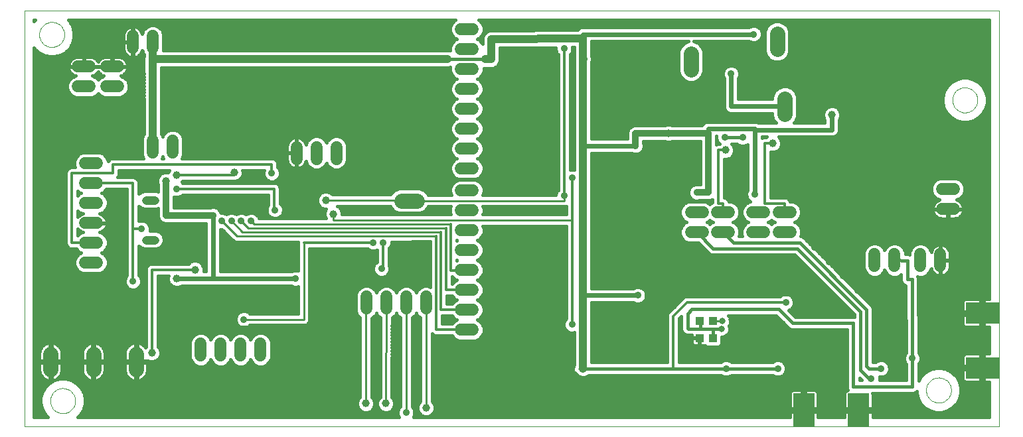
<source format=gbl>
G75*
G70*
%OFA0B0*%
%FSLAX24Y24*%
%IPPOS*%
%LPD*%
%AMOC8*
5,1,8,0,0,1.08239X$1,22.5*
%
%ADD10C,0.0000*%
%ADD11C,0.0600*%
%ADD12C,0.0440*%
%ADD13C,0.0780*%
%ADD14R,0.0394X0.0433*%
%ADD15R,0.0433X0.0394*%
%ADD16R,0.1050X0.1650*%
%ADD17R,0.1650X0.1050*%
%ADD18C,0.0100*%
%ADD19C,0.0396*%
%ADD20C,0.0357*%
%ADD21C,0.0120*%
%ADD22C,0.0240*%
%ADD23C,0.0400*%
%ADD24C,0.0160*%
%ADD25C,0.0320*%
%ADD26C,0.0278*%
%ADD27C,0.0317*%
D10*
X000475Y003851D02*
X000475Y024776D01*
X049412Y024776D01*
X049412Y003851D01*
X000475Y003851D01*
X001774Y005150D02*
X001776Y005200D01*
X001782Y005250D01*
X001792Y005299D01*
X001806Y005347D01*
X001823Y005394D01*
X001844Y005439D01*
X001869Y005483D01*
X001897Y005524D01*
X001929Y005563D01*
X001963Y005600D01*
X002000Y005634D01*
X002040Y005664D01*
X002082Y005691D01*
X002126Y005715D01*
X002172Y005736D01*
X002219Y005752D01*
X002267Y005765D01*
X002317Y005774D01*
X002366Y005779D01*
X002417Y005780D01*
X002467Y005777D01*
X002516Y005770D01*
X002565Y005759D01*
X002613Y005744D01*
X002659Y005726D01*
X002704Y005704D01*
X002747Y005678D01*
X002788Y005649D01*
X002827Y005617D01*
X002863Y005582D01*
X002895Y005544D01*
X002925Y005504D01*
X002952Y005461D01*
X002975Y005417D01*
X002994Y005371D01*
X003010Y005323D01*
X003022Y005274D01*
X003030Y005225D01*
X003034Y005175D01*
X003034Y005125D01*
X003030Y005075D01*
X003022Y005026D01*
X003010Y004977D01*
X002994Y004929D01*
X002975Y004883D01*
X002952Y004839D01*
X002925Y004796D01*
X002895Y004756D01*
X002863Y004718D01*
X002827Y004683D01*
X002788Y004651D01*
X002747Y004622D01*
X002704Y004596D01*
X002659Y004574D01*
X002613Y004556D01*
X002565Y004541D01*
X002516Y004530D01*
X002467Y004523D01*
X002417Y004520D01*
X002366Y004521D01*
X002317Y004526D01*
X002267Y004535D01*
X002219Y004548D01*
X002172Y004564D01*
X002126Y004585D01*
X002082Y004609D01*
X002040Y004636D01*
X002000Y004666D01*
X001963Y004700D01*
X001929Y004737D01*
X001897Y004776D01*
X001869Y004817D01*
X001844Y004861D01*
X001823Y004906D01*
X001806Y004953D01*
X001792Y005001D01*
X001782Y005050D01*
X001776Y005100D01*
X001774Y005150D01*
X038787Y003851D02*
X043187Y003851D01*
X045751Y005681D02*
X045753Y005731D01*
X045759Y005781D01*
X045769Y005830D01*
X045783Y005878D01*
X045800Y005925D01*
X045821Y005970D01*
X045846Y006014D01*
X045874Y006055D01*
X045906Y006094D01*
X045940Y006131D01*
X045977Y006165D01*
X046017Y006195D01*
X046059Y006222D01*
X046103Y006246D01*
X046149Y006267D01*
X046196Y006283D01*
X046244Y006296D01*
X046294Y006305D01*
X046343Y006310D01*
X046394Y006311D01*
X046444Y006308D01*
X046493Y006301D01*
X046542Y006290D01*
X046590Y006275D01*
X046636Y006257D01*
X046681Y006235D01*
X046724Y006209D01*
X046765Y006180D01*
X046804Y006148D01*
X046840Y006113D01*
X046872Y006075D01*
X046902Y006035D01*
X046929Y005992D01*
X046952Y005948D01*
X046971Y005902D01*
X046987Y005854D01*
X046999Y005805D01*
X047007Y005756D01*
X047011Y005706D01*
X047011Y005656D01*
X047007Y005606D01*
X046999Y005557D01*
X046987Y005508D01*
X046971Y005460D01*
X046952Y005414D01*
X046929Y005370D01*
X046902Y005327D01*
X046872Y005287D01*
X046840Y005249D01*
X046804Y005214D01*
X046765Y005182D01*
X046724Y005153D01*
X046681Y005127D01*
X046636Y005105D01*
X046590Y005087D01*
X046542Y005072D01*
X046493Y005061D01*
X046444Y005054D01*
X046394Y005051D01*
X046343Y005052D01*
X046294Y005057D01*
X046244Y005066D01*
X046196Y005079D01*
X046149Y005095D01*
X046103Y005116D01*
X046059Y005140D01*
X046017Y005167D01*
X045977Y005197D01*
X045940Y005231D01*
X045906Y005268D01*
X045874Y005307D01*
X045846Y005348D01*
X045821Y005392D01*
X045800Y005437D01*
X045783Y005484D01*
X045769Y005532D01*
X045759Y005581D01*
X045753Y005631D01*
X045751Y005681D01*
X049412Y005981D02*
X049412Y010381D01*
X047070Y020268D02*
X047072Y020318D01*
X047078Y020368D01*
X047088Y020417D01*
X047102Y020465D01*
X047119Y020512D01*
X047140Y020557D01*
X047165Y020601D01*
X047193Y020642D01*
X047225Y020681D01*
X047259Y020718D01*
X047296Y020752D01*
X047336Y020782D01*
X047378Y020809D01*
X047422Y020833D01*
X047468Y020854D01*
X047515Y020870D01*
X047563Y020883D01*
X047613Y020892D01*
X047662Y020897D01*
X047713Y020898D01*
X047763Y020895D01*
X047812Y020888D01*
X047861Y020877D01*
X047909Y020862D01*
X047955Y020844D01*
X048000Y020822D01*
X048043Y020796D01*
X048084Y020767D01*
X048123Y020735D01*
X048159Y020700D01*
X048191Y020662D01*
X048221Y020622D01*
X048248Y020579D01*
X048271Y020535D01*
X048290Y020489D01*
X048306Y020441D01*
X048318Y020392D01*
X048326Y020343D01*
X048330Y020293D01*
X048330Y020243D01*
X048326Y020193D01*
X048318Y020144D01*
X048306Y020095D01*
X048290Y020047D01*
X048271Y020001D01*
X048248Y019957D01*
X048221Y019914D01*
X048191Y019874D01*
X048159Y019836D01*
X048123Y019801D01*
X048084Y019769D01*
X048043Y019740D01*
X048000Y019714D01*
X047955Y019692D01*
X047909Y019674D01*
X047861Y019659D01*
X047812Y019648D01*
X047763Y019641D01*
X047713Y019638D01*
X047662Y019639D01*
X047613Y019644D01*
X047563Y019653D01*
X047515Y019666D01*
X047468Y019682D01*
X047422Y019703D01*
X047378Y019727D01*
X047336Y019754D01*
X047296Y019784D01*
X047259Y019818D01*
X047225Y019855D01*
X047193Y019894D01*
X047165Y019935D01*
X047140Y019979D01*
X047119Y020024D01*
X047102Y020071D01*
X047088Y020119D01*
X047078Y020168D01*
X047072Y020218D01*
X047070Y020268D01*
X001223Y023555D02*
X001225Y023605D01*
X001231Y023655D01*
X001241Y023704D01*
X001255Y023752D01*
X001272Y023799D01*
X001293Y023844D01*
X001318Y023888D01*
X001346Y023929D01*
X001378Y023968D01*
X001412Y024005D01*
X001449Y024039D01*
X001489Y024069D01*
X001531Y024096D01*
X001575Y024120D01*
X001621Y024141D01*
X001668Y024157D01*
X001716Y024170D01*
X001766Y024179D01*
X001815Y024184D01*
X001866Y024185D01*
X001916Y024182D01*
X001965Y024175D01*
X002014Y024164D01*
X002062Y024149D01*
X002108Y024131D01*
X002153Y024109D01*
X002196Y024083D01*
X002237Y024054D01*
X002276Y024022D01*
X002312Y023987D01*
X002344Y023949D01*
X002374Y023909D01*
X002401Y023866D01*
X002424Y023822D01*
X002443Y023776D01*
X002459Y023728D01*
X002471Y023679D01*
X002479Y023630D01*
X002483Y023580D01*
X002483Y023530D01*
X002479Y023480D01*
X002471Y023431D01*
X002459Y023382D01*
X002443Y023334D01*
X002424Y023288D01*
X002401Y023244D01*
X002374Y023201D01*
X002344Y023161D01*
X002312Y023123D01*
X002276Y023088D01*
X002237Y023056D01*
X002196Y023027D01*
X002153Y023001D01*
X002108Y022979D01*
X002062Y022961D01*
X002014Y022946D01*
X001965Y022935D01*
X001916Y022928D01*
X001866Y022925D01*
X001815Y022926D01*
X001766Y022931D01*
X001716Y022940D01*
X001668Y022953D01*
X001621Y022969D01*
X001575Y022990D01*
X001531Y023014D01*
X001489Y023041D01*
X001449Y023071D01*
X001412Y023105D01*
X001378Y023142D01*
X001346Y023181D01*
X001318Y023222D01*
X001293Y023266D01*
X001272Y023311D01*
X001255Y023358D01*
X001241Y023406D01*
X001231Y023455D01*
X001225Y023505D01*
X001223Y023555D01*
D11*
X003167Y021949D02*
X003767Y021949D01*
X004585Y021949D02*
X005185Y021949D01*
X005185Y020949D02*
X004585Y020949D01*
X003767Y020949D02*
X003167Y020949D01*
X005920Y022881D02*
X005920Y023481D01*
X006920Y023481D02*
X006920Y022881D01*
X006924Y018225D02*
X006924Y017625D01*
X007924Y017625D02*
X007924Y018225D01*
X004134Y017087D02*
X003534Y017087D01*
X003534Y016087D02*
X004134Y016087D01*
X004134Y015087D02*
X003534Y015087D01*
X003534Y014087D02*
X004134Y014087D01*
X004134Y013087D02*
X003534Y013087D01*
X003534Y012087D02*
X004134Y012087D01*
X009334Y008017D02*
X009334Y007417D01*
X010334Y007417D02*
X010334Y008017D01*
X011334Y008017D02*
X011334Y007417D01*
X012334Y007417D02*
X012334Y008017D01*
X017649Y009779D02*
X017649Y010379D01*
X018649Y010379D02*
X018649Y009779D01*
X019649Y009779D02*
X019649Y010379D01*
X020649Y010379D02*
X020649Y009779D01*
X022400Y009717D02*
X023000Y009717D01*
X023000Y010717D02*
X022400Y010717D01*
X022400Y011717D02*
X023000Y011717D01*
X023000Y012717D02*
X022400Y012717D01*
X022400Y013717D02*
X023000Y013717D01*
X023000Y014717D02*
X022400Y014717D01*
X022400Y015717D02*
X023000Y015717D01*
X023000Y016827D02*
X022400Y016827D01*
X022400Y017827D02*
X023000Y017827D01*
X023000Y018827D02*
X022400Y018827D01*
X022400Y019827D02*
X023000Y019827D01*
X023000Y020827D02*
X022400Y020827D01*
X022400Y021827D02*
X023000Y021827D01*
X023000Y022827D02*
X022400Y022827D01*
X022400Y023827D02*
X023000Y023827D01*
X016141Y017910D02*
X016141Y017310D01*
X015141Y017310D02*
X015141Y017910D01*
X014141Y017910D02*
X014141Y017310D01*
X022400Y008717D02*
X023000Y008717D01*
X033935Y013626D02*
X034535Y013626D01*
X035254Y013626D02*
X035854Y013626D01*
X037026Y013626D02*
X037626Y013626D01*
X038345Y013626D02*
X038945Y013626D01*
X038945Y014626D02*
X038345Y014626D01*
X037626Y014626D02*
X037026Y014626D01*
X035854Y014626D02*
X035254Y014626D01*
X034535Y014626D02*
X033935Y014626D01*
X043164Y012517D02*
X043164Y011917D01*
X044164Y011917D02*
X044164Y012517D01*
X045467Y012517D02*
X045467Y011917D01*
X046467Y011917D02*
X046467Y012517D01*
X046553Y014788D02*
X047153Y014788D01*
X047153Y015788D02*
X046553Y015788D01*
D12*
X007014Y015244D02*
X006574Y015244D01*
X006574Y013244D02*
X007014Y013244D01*
D13*
X006086Y007508D02*
X006086Y006728D01*
X003940Y006728D02*
X003940Y007508D01*
X001794Y007508D02*
X001794Y006728D01*
X019416Y015209D02*
X020196Y015209D01*
X033960Y021807D02*
X033960Y022587D01*
X038271Y022811D02*
X038271Y023591D01*
X038664Y020343D02*
X038664Y019563D01*
D14*
X035062Y009166D03*
X034393Y009166D03*
D15*
X034373Y008299D03*
X035042Y008299D03*
D16*
X039611Y004683D03*
X042363Y004683D03*
D17*
X048579Y006806D03*
X048579Y009557D03*
D18*
X038310Y006764D02*
X035711Y006764D01*
X033113Y006764D02*
X033054Y006823D01*
X028526Y006764D02*
X028310Y006764D01*
X034393Y009166D02*
X034511Y009284D01*
X034393Y009166D02*
X034412Y009146D01*
X035062Y009166D02*
X035534Y009166D01*
X027975Y014225D02*
X015987Y014225D01*
X015987Y014540D01*
X015613Y015229D02*
X019806Y015229D01*
X019806Y015209D01*
X027582Y015209D01*
X027582Y015445D01*
X027582Y015229D01*
X027975Y014894D02*
X027975Y014225D01*
X021873Y014028D02*
X012011Y014028D01*
X011853Y014185D01*
X011715Y013831D02*
X011361Y014185D01*
X010869Y014185D02*
X011420Y013634D01*
X021400Y013634D01*
X021164Y013437D02*
X011145Y013418D01*
X010377Y014185D01*
X011715Y013831D02*
X021637Y013831D01*
X017621Y010551D02*
X017621Y005012D01*
X018629Y005012D02*
X018649Y010079D01*
X019649Y010079D02*
X019649Y004559D01*
X020649Y004796D02*
X020649Y010079D01*
X017649Y010079D02*
X017621Y010551D01*
X014511Y009244D02*
X011499Y009244D01*
X014511Y009244D02*
X014511Y013083D01*
D19*
X015987Y014540D03*
X015613Y015229D03*
X019778Y017347D03*
X019778Y018410D03*
X019778Y019260D03*
X019778Y020323D03*
X019778Y021386D03*
X021715Y022335D03*
X023625Y022315D03*
X019778Y023299D03*
X014251Y023299D03*
X014251Y021386D03*
X014251Y020359D03*
X013400Y019260D03*
X011007Y016626D03*
X008113Y016508D03*
X007582Y016193D03*
X009038Y011744D03*
X008133Y011292D03*
X006873Y007551D03*
X017621Y005012D03*
X018629Y005012D03*
X020649Y004796D03*
X035692Y017748D03*
X038054Y018083D03*
X041026Y019520D03*
X032818Y018595D03*
X007660Y021725D03*
D20*
X001952Y021193D03*
X008133Y015799D03*
X010318Y015307D03*
X009944Y014461D03*
X010377Y014185D03*
X010869Y014185D03*
X011361Y014185D03*
X011853Y014185D03*
X013054Y014736D03*
X011991Y015307D03*
X012897Y016587D03*
X006361Y013792D03*
X001952Y013319D03*
X001952Y011351D03*
X001952Y009382D03*
X005928Y011154D03*
X007463Y008733D03*
X011499Y009244D03*
X015337Y010957D03*
X014097Y011292D03*
X016519Y010957D03*
X018408Y011784D03*
X020456Y012138D03*
X018487Y013103D03*
X017975Y013103D03*
X016361Y008733D03*
X022030Y007807D03*
X023999Y007807D03*
X025574Y007807D03*
X027149Y007807D03*
X028526Y006764D03*
X031184Y006213D03*
X031184Y007394D03*
X031184Y008575D03*
X031184Y009756D03*
X031282Y010445D03*
X033448Y010957D03*
X033448Y012138D03*
X036991Y012138D03*
X038172Y012138D03*
X039294Y012138D03*
X040023Y011410D03*
X040889Y012138D03*
X041597Y011429D03*
X042326Y010701D03*
X041519Y009933D03*
X040771Y010681D03*
X038704Y010091D03*
X038015Y010603D03*
X036991Y010957D03*
X040160Y012866D03*
X041007Y013614D03*
X041656Y012965D03*
X042345Y012276D03*
X047089Y013398D03*
X048408Y015721D03*
X048408Y018083D03*
X046440Y018083D03*
X044471Y018083D03*
X042503Y017256D03*
X042109Y018437D03*
X042109Y020012D03*
X042109Y021587D03*
X042109Y023555D03*
X040534Y023555D03*
X037089Y023575D03*
X035967Y021587D03*
X033546Y021173D03*
X032759Y021173D03*
X032759Y020386D03*
X033546Y020386D03*
X033546Y019599D03*
X032759Y019599D03*
X035652Y018378D03*
X036538Y018378D03*
X036145Y017020D03*
X036105Y016134D03*
X037149Y015524D03*
X038566Y015681D03*
X040928Y015681D03*
X034235Y015622D03*
X031184Y015268D03*
X031184Y016055D03*
X031184Y016843D03*
X031912Y017630D03*
X031164Y017965D03*
X027975Y016351D03*
X027149Y016469D03*
X027582Y015445D03*
X028526Y014973D03*
X027149Y013713D03*
X028526Y013477D03*
X027149Y012532D03*
X027149Y011351D03*
X027149Y010170D03*
X027149Y008988D03*
X027975Y008988D03*
X033645Y008063D03*
X035711Y006764D03*
X038310Y006764D03*
X039747Y007236D03*
X040456Y007256D03*
X041440Y007394D03*
X041400Y006508D03*
X040574Y006508D03*
X040574Y005859D03*
X041400Y005859D03*
X042995Y006252D03*
X043487Y006764D03*
X045062Y007280D03*
X046026Y007729D03*
X047011Y007729D03*
X046420Y007000D03*
X047759Y005996D03*
X048763Y005996D03*
X047759Y004717D03*
X045692Y004540D03*
X044609Y004717D03*
X043211Y004481D03*
X043211Y005406D03*
X038763Y005445D03*
X038763Y004461D03*
X039156Y008418D03*
X040456Y008634D03*
X041479Y008595D03*
X044629Y008713D03*
X046046Y008634D03*
X047011Y008634D03*
X047916Y010406D03*
X048802Y010406D03*
X028526Y020839D03*
X027149Y021193D03*
X027149Y020012D03*
X027149Y018831D03*
X027149Y017650D03*
X031578Y021961D03*
X032759Y021961D03*
X032759Y022748D03*
X031578Y022748D03*
X028526Y022335D03*
X027582Y022847D03*
X027149Y022374D03*
X001952Y015288D03*
X006676Y004658D03*
X008645Y004658D03*
X010613Y004658D03*
X012582Y004658D03*
X014550Y004658D03*
X016519Y004658D03*
X019649Y004559D03*
D21*
X021164Y008717D02*
X021164Y013437D01*
X021400Y013634D02*
X021400Y009717D01*
X022700Y009717D01*
X022700Y010717D02*
X021637Y010717D01*
X021637Y013831D01*
X021873Y014028D02*
X021873Y011705D01*
X022700Y011705D01*
X022700Y011717D01*
X018487Y011784D02*
X018408Y011784D01*
X018487Y011784D02*
X018487Y013103D01*
X017975Y013103D02*
X017975Y013083D01*
X014511Y013083D01*
X013054Y014736D02*
X013015Y014736D01*
X013015Y015799D01*
X008133Y015799D01*
X008113Y016508D02*
X011007Y016508D01*
X011007Y016626D01*
X012897Y016587D02*
X012897Y017040D01*
X004924Y017040D01*
X004924Y016587D01*
X002857Y016587D01*
X002857Y013087D01*
X003834Y013087D01*
X005928Y013792D02*
X005928Y011154D01*
X006873Y011744D02*
X006873Y007551D01*
X006873Y011744D02*
X009038Y011744D01*
X006361Y013792D02*
X005928Y013792D01*
X005928Y016087D01*
X003834Y016087D01*
X012897Y016567D02*
X012897Y016587D01*
X027582Y015445D02*
X027582Y022847D01*
X028526Y022335D02*
X028526Y022329D01*
X034806Y018595D02*
X034806Y018536D01*
X035318Y017748D02*
X035318Y015071D01*
X035554Y015071D01*
X035554Y014626D01*
X037660Y015071D02*
X038645Y015071D01*
X038645Y014626D01*
X037660Y015071D02*
X037660Y018083D01*
X038054Y018083D01*
X035692Y017748D02*
X035318Y017748D01*
X027975Y016351D02*
X027975Y014894D01*
X027975Y008988D01*
X033054Y009402D02*
X033054Y006823D01*
X033054Y009402D02*
X033743Y010091D01*
X038704Y010091D01*
X022700Y008717D02*
X021164Y008717D01*
D22*
X014097Y011292D02*
X009944Y011292D01*
X008133Y011292D01*
X009944Y011292D02*
X009944Y014461D01*
X010318Y015307D02*
X011991Y015307D01*
X028526Y017965D02*
X031164Y017965D01*
X034806Y018536D02*
X034806Y018811D01*
X037149Y018811D01*
X037149Y018772D01*
X041026Y018772D01*
X041026Y019520D01*
X038664Y019953D02*
X035967Y019953D01*
X035967Y021587D01*
X037089Y023575D02*
X028526Y023575D01*
X028526Y023359D01*
X037149Y018772D02*
X037149Y015524D01*
X036440Y016134D02*
X036105Y016134D01*
X031282Y010445D02*
X028526Y010445D01*
D23*
X028526Y006764D01*
X028526Y010445D02*
X028526Y013477D01*
X028526Y014973D01*
X028526Y017965D01*
X028526Y020839D01*
X028526Y022329D01*
X028526Y022335D02*
X028546Y022335D01*
X028526Y022335D02*
X028526Y023359D01*
X023920Y023319D01*
X023920Y022315D01*
X023625Y022315D01*
X023645Y022315D01*
X021715Y022335D02*
X006904Y022335D01*
X006905Y022138D01*
X006920Y022138D01*
X006920Y023181D01*
X006905Y022138D02*
X006924Y017925D01*
X014137Y018733D02*
X014137Y019244D01*
X016361Y008733D02*
X007463Y008733D01*
D24*
X007173Y008764D02*
X017331Y008764D01*
X017331Y008606D02*
X007173Y008606D01*
X007173Y008447D02*
X009000Y008447D01*
X009028Y008475D02*
X008876Y008323D01*
X008794Y008124D01*
X008794Y007309D01*
X008876Y007111D01*
X009028Y006959D01*
X009226Y006877D01*
X009441Y006877D01*
X009639Y006959D01*
X009791Y007111D01*
X009834Y007213D01*
X009876Y007111D01*
X010028Y006959D01*
X010226Y006877D01*
X010441Y006877D01*
X010639Y006959D01*
X010791Y007111D01*
X010834Y007213D01*
X010876Y007111D01*
X011028Y006959D01*
X011226Y006877D01*
X011441Y006877D01*
X011639Y006959D01*
X011791Y007111D01*
X011834Y007213D01*
X011876Y007111D01*
X012028Y006959D01*
X012226Y006877D01*
X012441Y006877D01*
X012639Y006959D01*
X012791Y007111D01*
X012874Y007309D01*
X012874Y008124D01*
X012791Y008323D01*
X012639Y008475D01*
X012441Y008557D01*
X012226Y008557D01*
X012028Y008475D01*
X011876Y008323D01*
X011834Y008221D01*
X011791Y008323D01*
X011639Y008475D01*
X011441Y008557D01*
X011226Y008557D01*
X011028Y008475D01*
X010876Y008323D01*
X010834Y008221D01*
X010791Y008323D01*
X010639Y008475D01*
X010441Y008557D01*
X010226Y008557D01*
X010028Y008475D01*
X009876Y008323D01*
X009834Y008221D01*
X009791Y008323D01*
X009639Y008475D01*
X009441Y008557D01*
X009226Y008557D01*
X009028Y008475D01*
X008862Y008289D02*
X007173Y008289D01*
X007173Y008130D02*
X008796Y008130D01*
X008794Y007972D02*
X007173Y007972D01*
X007173Y007871D02*
X007173Y011444D01*
X007722Y011444D01*
X007695Y011379D01*
X007695Y011204D01*
X007761Y011043D01*
X007885Y010920D01*
X008046Y010853D01*
X008220Y010853D01*
X008381Y010920D01*
X008392Y010932D01*
X013873Y010932D01*
X014014Y010873D01*
X014181Y010873D01*
X014221Y010890D01*
X014221Y009534D01*
X011801Y009534D01*
X011736Y009599D01*
X011582Y009663D01*
X011416Y009663D01*
X011262Y009599D01*
X011144Y009481D01*
X011080Y009328D01*
X011080Y009161D01*
X011144Y009007D01*
X011262Y008890D01*
X011416Y008826D01*
X011582Y008826D01*
X011736Y008890D01*
X011801Y008954D01*
X014568Y008954D01*
X014675Y008998D01*
X014757Y009080D01*
X014801Y009187D01*
X014801Y012783D01*
X017703Y012783D01*
X017738Y012748D01*
X017892Y012684D01*
X018059Y012684D01*
X018187Y012737D01*
X018187Y012145D01*
X018171Y012138D01*
X018054Y012021D01*
X017990Y011867D01*
X017990Y011700D01*
X018054Y011547D01*
X018171Y011429D01*
X018325Y011365D01*
X018492Y011365D01*
X018645Y011429D01*
X018763Y011547D01*
X018827Y011700D01*
X018827Y011867D01*
X018787Y011963D01*
X018787Y012811D01*
X018842Y012866D01*
X018906Y013019D01*
X018906Y013143D01*
X020864Y013147D01*
X020864Y010874D01*
X020756Y010919D01*
X020541Y010919D01*
X020343Y010837D01*
X020191Y010685D01*
X020149Y010583D01*
X020106Y010685D01*
X019954Y010837D01*
X019756Y010919D01*
X019541Y010919D01*
X019343Y010837D01*
X019191Y010685D01*
X019149Y010583D01*
X019106Y010685D01*
X018954Y010837D01*
X018756Y010919D01*
X018541Y010919D01*
X018343Y010837D01*
X018191Y010685D01*
X018149Y010583D01*
X018106Y010685D01*
X017954Y010837D01*
X017756Y010919D01*
X017541Y010919D01*
X017343Y010837D01*
X017191Y010685D01*
X017109Y010486D01*
X017109Y009672D01*
X017191Y009473D01*
X017331Y009333D01*
X017331Y005342D01*
X017250Y005260D01*
X017183Y005099D01*
X017183Y004925D01*
X017250Y004764D01*
X017373Y004641D01*
X017534Y004574D01*
X017708Y004574D01*
X017869Y004641D01*
X017992Y004764D01*
X018059Y004925D01*
X018059Y005099D01*
X017992Y005260D01*
X017911Y005342D01*
X017911Y009303D01*
X017954Y009321D01*
X018106Y009473D01*
X018149Y009575D01*
X018191Y009473D01*
X018343Y009321D01*
X018356Y009316D01*
X018340Y005343D01*
X018257Y005260D01*
X018191Y005099D01*
X018191Y004925D01*
X018257Y004764D01*
X018381Y004641D01*
X018542Y004574D01*
X018716Y004574D01*
X018877Y004641D01*
X019000Y004764D01*
X019067Y004925D01*
X019067Y005099D01*
X019000Y005260D01*
X018920Y005340D01*
X018936Y009313D01*
X018954Y009321D01*
X019106Y009473D01*
X019149Y009575D01*
X019191Y009473D01*
X019343Y009321D01*
X019359Y009315D01*
X019359Y004861D01*
X019294Y004796D01*
X019230Y004643D01*
X018879Y004643D01*
X019016Y004802D02*
X019299Y004802D01*
X019359Y004960D02*
X019067Y004960D01*
X019059Y005119D02*
X019359Y005119D01*
X019359Y005277D02*
X018983Y005277D01*
X018920Y005436D02*
X019359Y005436D01*
X019359Y005594D02*
X018921Y005594D01*
X018922Y005753D02*
X019359Y005753D01*
X019359Y005911D02*
X018922Y005911D01*
X018923Y006070D02*
X019359Y006070D01*
X019359Y006228D02*
X018924Y006228D01*
X018924Y006387D02*
X019359Y006387D01*
X019359Y006545D02*
X018925Y006545D01*
X018925Y006704D02*
X019359Y006704D01*
X019359Y006862D02*
X018926Y006862D01*
X018927Y007021D02*
X019359Y007021D01*
X019359Y007179D02*
X018927Y007179D01*
X018928Y007338D02*
X019359Y007338D01*
X019359Y007496D02*
X018928Y007496D01*
X018929Y007655D02*
X019359Y007655D01*
X019359Y007813D02*
X018930Y007813D01*
X018930Y007972D02*
X019359Y007972D01*
X019359Y008130D02*
X018931Y008130D01*
X018932Y008289D02*
X019359Y008289D01*
X019359Y008447D02*
X018932Y008447D01*
X018933Y008606D02*
X019359Y008606D01*
X019359Y008764D02*
X018933Y008764D01*
X018934Y008923D02*
X019359Y008923D01*
X019359Y009081D02*
X018935Y009081D01*
X018935Y009240D02*
X019359Y009240D01*
X019266Y009398D02*
X019031Y009398D01*
X019141Y009557D02*
X019156Y009557D01*
X018355Y009240D02*
X017911Y009240D01*
X017911Y009081D02*
X018355Y009081D01*
X018354Y008923D02*
X017911Y008923D01*
X017911Y008764D02*
X018353Y008764D01*
X018353Y008606D02*
X017911Y008606D01*
X017911Y008447D02*
X018352Y008447D01*
X018352Y008289D02*
X017911Y008289D01*
X017911Y008130D02*
X018351Y008130D01*
X018350Y007972D02*
X017911Y007972D01*
X017911Y007813D02*
X018350Y007813D01*
X018349Y007655D02*
X017911Y007655D01*
X017911Y007496D02*
X018348Y007496D01*
X018348Y007338D02*
X017911Y007338D01*
X017911Y007179D02*
X018347Y007179D01*
X018347Y007021D02*
X017911Y007021D01*
X017911Y006862D02*
X018346Y006862D01*
X018345Y006704D02*
X017911Y006704D01*
X017911Y006545D02*
X018345Y006545D01*
X018344Y006387D02*
X017911Y006387D01*
X017911Y006228D02*
X018344Y006228D01*
X018343Y006070D02*
X017911Y006070D01*
X017911Y005911D02*
X018342Y005911D01*
X018342Y005753D02*
X017911Y005753D01*
X017911Y005594D02*
X018341Y005594D01*
X018340Y005436D02*
X017911Y005436D01*
X017975Y005277D02*
X018274Y005277D01*
X018199Y005119D02*
X018051Y005119D01*
X018059Y004960D02*
X018191Y004960D01*
X018242Y004802D02*
X018008Y004802D01*
X017872Y004643D02*
X018378Y004643D01*
X019230Y004643D02*
X019230Y004476D01*
X019290Y004331D01*
X003155Y004331D01*
X003293Y004468D01*
X003439Y004721D01*
X003514Y005004D01*
X003514Y005296D01*
X003439Y005578D01*
X003293Y005831D01*
X003086Y006038D01*
X002833Y006184D01*
X002551Y006260D01*
X002258Y006260D01*
X001976Y006184D01*
X001723Y006038D01*
X001516Y005831D01*
X001370Y005578D01*
X001294Y005296D01*
X001294Y005004D01*
X001370Y004721D01*
X001516Y004468D01*
X001654Y004331D01*
X000955Y004331D01*
X000955Y022891D01*
X000965Y022874D01*
X001172Y022667D01*
X001425Y022521D01*
X001707Y022445D01*
X001999Y022445D01*
X002282Y022521D01*
X002535Y022667D01*
X002741Y022874D01*
X002888Y023127D01*
X002963Y023409D01*
X002963Y023701D01*
X002888Y023984D01*
X002741Y024237D01*
X002682Y024296D01*
X022120Y024296D01*
X022094Y024285D01*
X021942Y024133D01*
X021860Y023934D01*
X021860Y023720D01*
X021942Y023521D01*
X022094Y023369D01*
X022196Y023327D01*
X022094Y023285D01*
X021942Y023133D01*
X021860Y022934D01*
X021860Y022751D01*
X021803Y022775D01*
X007460Y022775D01*
X007460Y023589D01*
X007378Y023787D01*
X007226Y023939D01*
X007028Y024021D01*
X006813Y024021D01*
X006614Y023939D01*
X006462Y023787D01*
X006386Y023602D01*
X006365Y023666D01*
X006331Y023733D01*
X006286Y023794D01*
X006233Y023847D01*
X006172Y023892D01*
X006104Y023926D01*
X006033Y023950D01*
X005958Y023961D01*
X005940Y023961D01*
X005940Y023201D01*
X005900Y023201D01*
X005900Y023161D01*
X005940Y023161D01*
X005940Y022401D01*
X005958Y022401D01*
X006033Y022413D01*
X006104Y022437D01*
X006172Y022471D01*
X006233Y022515D01*
X006286Y022569D01*
X006331Y022630D01*
X006365Y022697D01*
X006386Y022761D01*
X006462Y022575D01*
X006480Y022558D01*
X006480Y022460D01*
X006464Y022422D01*
X006464Y022421D01*
X006464Y022420D01*
X006464Y022334D01*
X006464Y022247D01*
X006465Y022246D01*
X006465Y022224D01*
X006465Y022149D01*
X006465Y022137D01*
X006465Y022051D01*
X006466Y022050D01*
X006466Y022049D01*
X006481Y018546D01*
X006466Y018531D01*
X006384Y018333D01*
X006384Y017518D01*
X006458Y017340D01*
X004864Y017340D01*
X004754Y017294D01*
X004670Y017210D01*
X004668Y017206D01*
X004591Y017393D01*
X004439Y017545D01*
X004241Y017627D01*
X003426Y017627D01*
X003228Y017545D01*
X003076Y017393D01*
X002994Y017194D01*
X002994Y016979D01*
X003032Y016887D01*
X002797Y016887D01*
X002687Y016841D01*
X002603Y016757D01*
X002557Y016647D01*
X002557Y013027D01*
X002603Y012917D01*
X002687Y012833D01*
X002797Y012787D01*
X003073Y012787D01*
X003076Y012781D01*
X003228Y012629D01*
X003330Y012587D01*
X003228Y012545D01*
X003076Y012393D01*
X002994Y012194D01*
X002994Y011979D01*
X003076Y011781D01*
X003228Y011629D01*
X003426Y011547D01*
X004241Y011547D01*
X004439Y011629D01*
X004591Y011781D01*
X004674Y011979D01*
X004674Y012194D01*
X004591Y012393D01*
X004439Y012545D01*
X004338Y012587D01*
X004439Y012629D01*
X004591Y012781D01*
X004674Y012979D01*
X004674Y013194D01*
X004591Y013393D01*
X004439Y013545D01*
X004254Y013621D01*
X004318Y013642D01*
X004385Y013676D01*
X004446Y013721D01*
X004500Y013774D01*
X004544Y013835D01*
X004578Y013903D01*
X004602Y013974D01*
X004614Y014049D01*
X004614Y014067D01*
X003854Y014067D01*
X003854Y014107D01*
X004614Y014107D01*
X004614Y014125D01*
X004602Y014199D01*
X004578Y014271D01*
X004544Y014338D01*
X004500Y014400D01*
X004446Y014453D01*
X004385Y014497D01*
X004318Y014532D01*
X004254Y014552D01*
X004439Y014629D01*
X004591Y014781D01*
X004674Y014979D01*
X004674Y015194D01*
X004591Y015393D01*
X004439Y015545D01*
X004338Y015587D01*
X004439Y015629D01*
X004591Y015781D01*
X004594Y015787D01*
X005628Y015787D01*
X005628Y011446D01*
X005573Y011391D01*
X005510Y011237D01*
X005510Y011071D01*
X005573Y010917D01*
X005691Y010799D01*
X005845Y010735D01*
X006011Y010735D01*
X006165Y010799D01*
X006283Y010917D01*
X006346Y011071D01*
X006346Y011237D01*
X006283Y011391D01*
X006228Y011446D01*
X006228Y012940D01*
X006314Y012854D01*
X006483Y012784D01*
X007106Y012784D01*
X007275Y012854D01*
X007404Y012984D01*
X007474Y013153D01*
X007474Y013336D01*
X007404Y013505D01*
X007275Y013634D01*
X007106Y013704D01*
X006778Y013704D01*
X006780Y013708D01*
X006780Y013875D01*
X006716Y014029D01*
X006598Y014146D01*
X006444Y014210D01*
X006278Y014210D01*
X006228Y014189D01*
X006228Y014940D01*
X006314Y014854D01*
X006483Y014784D01*
X007106Y014784D01*
X007182Y014816D01*
X007182Y014381D01*
X007242Y014234D01*
X007355Y014122D01*
X007502Y014061D01*
X009584Y014061D01*
X009584Y011652D01*
X009474Y011652D01*
X009476Y011657D01*
X009476Y011831D01*
X009410Y011993D01*
X009286Y012116D01*
X009125Y012182D01*
X008951Y012182D01*
X008790Y012116D01*
X008719Y012044D01*
X006813Y012044D01*
X006703Y011999D01*
X006619Y011914D01*
X006573Y011804D01*
X006573Y007871D01*
X006546Y007844D01*
X006520Y007880D01*
X006457Y007943D01*
X006384Y007996D01*
X006304Y008037D01*
X006219Y008064D01*
X006136Y008078D01*
X006136Y007168D01*
X006653Y007168D01*
X006786Y007113D01*
X006960Y007113D01*
X007121Y007180D01*
X007244Y007303D01*
X007311Y007464D01*
X007311Y007639D01*
X007244Y007800D01*
X007173Y007871D01*
X007231Y007813D02*
X008794Y007813D01*
X008794Y007655D02*
X007304Y007655D01*
X007311Y007496D02*
X008794Y007496D01*
X008794Y007338D02*
X007259Y007338D01*
X007119Y007179D02*
X008847Y007179D01*
X008966Y007021D02*
X006656Y007021D01*
X006656Y007068D02*
X006136Y007068D01*
X006136Y007168D01*
X006036Y007168D01*
X006036Y007068D01*
X006136Y007068D01*
X006136Y006159D01*
X006219Y006172D01*
X006304Y006200D01*
X006384Y006241D01*
X006457Y006294D01*
X006520Y006357D01*
X006573Y006430D01*
X006614Y006510D01*
X006641Y006595D01*
X006656Y006683D01*
X006656Y007068D01*
X006656Y006862D02*
X017331Y006862D01*
X017331Y006704D02*
X006656Y006704D01*
X006625Y006545D02*
X017331Y006545D01*
X017331Y006387D02*
X006542Y006387D01*
X006359Y006228D02*
X017331Y006228D01*
X017331Y006070D02*
X003031Y006070D01*
X003213Y005911D02*
X017331Y005911D01*
X017331Y005753D02*
X003338Y005753D01*
X003430Y005594D02*
X017331Y005594D01*
X017331Y005436D02*
X003477Y005436D01*
X003514Y005277D02*
X017266Y005277D01*
X017191Y005119D02*
X003514Y005119D01*
X003503Y004960D02*
X017183Y004960D01*
X017234Y004802D02*
X003460Y004802D01*
X003393Y004643D02*
X017370Y004643D01*
X019230Y004485D02*
X003302Y004485D01*
X001507Y004485D02*
X000955Y004485D01*
X000955Y004643D02*
X001415Y004643D01*
X001349Y004802D02*
X000955Y004802D01*
X000955Y004960D02*
X001306Y004960D01*
X001294Y005119D02*
X000955Y005119D01*
X000955Y005277D02*
X001294Y005277D01*
X001332Y005436D02*
X000955Y005436D01*
X000955Y005594D02*
X001379Y005594D01*
X001471Y005753D02*
X000955Y005753D01*
X000955Y005911D02*
X001596Y005911D01*
X001778Y006070D02*
X000955Y006070D01*
X000955Y006228D02*
X001520Y006228D01*
X001495Y006241D02*
X001575Y006200D01*
X001661Y006172D01*
X001744Y006159D01*
X001744Y007068D01*
X001844Y007068D01*
X001844Y006159D01*
X001928Y006172D01*
X002013Y006200D01*
X002093Y006241D01*
X002166Y006294D01*
X002229Y006357D01*
X002282Y006430D01*
X002322Y006510D01*
X002350Y006595D01*
X002364Y006683D01*
X002364Y007068D01*
X001844Y007068D01*
X001844Y007168D01*
X002364Y007168D01*
X002364Y007553D01*
X002350Y007642D01*
X002322Y007727D01*
X002282Y007807D01*
X002229Y007880D01*
X002166Y007943D01*
X002093Y007996D01*
X002013Y008037D01*
X001928Y008064D01*
X001844Y008078D01*
X001844Y007168D01*
X001744Y007168D01*
X001744Y007068D01*
X001224Y007068D01*
X001224Y006683D01*
X001238Y006595D01*
X001266Y006510D01*
X001307Y006430D01*
X001359Y006357D01*
X001423Y006294D01*
X001495Y006241D01*
X001338Y006387D02*
X000955Y006387D01*
X000955Y006545D02*
X001254Y006545D01*
X001224Y006704D02*
X000955Y006704D01*
X000955Y006862D02*
X001224Y006862D01*
X001224Y007021D02*
X000955Y007021D01*
X000955Y007179D02*
X001224Y007179D01*
X001224Y007168D02*
X001744Y007168D01*
X001744Y008078D01*
X001661Y008064D01*
X001575Y008037D01*
X001495Y007996D01*
X001423Y007943D01*
X001359Y007880D01*
X001307Y007807D01*
X001266Y007727D01*
X001238Y007642D01*
X001224Y007553D01*
X001224Y007168D01*
X001224Y007338D02*
X000955Y007338D01*
X000955Y007496D02*
X001224Y007496D01*
X001242Y007655D02*
X000955Y007655D01*
X000955Y007813D02*
X001311Y007813D01*
X001462Y007972D02*
X000955Y007972D01*
X000955Y008130D02*
X006573Y008130D01*
X006573Y007972D02*
X006418Y007972D01*
X006136Y007972D02*
X006036Y007972D01*
X006036Y008078D02*
X005952Y008064D01*
X005867Y008037D01*
X005787Y007996D01*
X005714Y007943D01*
X005651Y007880D01*
X005598Y007807D01*
X005557Y007727D01*
X005530Y007642D01*
X005516Y007553D01*
X005516Y007168D01*
X006036Y007168D01*
X006036Y008078D01*
X006036Y007813D02*
X006136Y007813D01*
X006136Y007655D02*
X006036Y007655D01*
X006036Y007496D02*
X006136Y007496D01*
X006136Y007338D02*
X006036Y007338D01*
X006036Y007179D02*
X006136Y007179D01*
X006036Y007068D02*
X005516Y007068D01*
X005516Y006683D01*
X005530Y006595D01*
X005557Y006510D01*
X005598Y006430D01*
X005651Y006357D01*
X005714Y006294D01*
X005787Y006241D01*
X005867Y006200D01*
X005952Y006172D01*
X006036Y006159D01*
X006036Y007068D01*
X006036Y007021D02*
X006136Y007021D01*
X006136Y006862D02*
X006036Y006862D01*
X006036Y006704D02*
X006136Y006704D01*
X006136Y006545D02*
X006036Y006545D01*
X006036Y006387D02*
X006136Y006387D01*
X006136Y006228D02*
X006036Y006228D01*
X005812Y006228D02*
X004214Y006228D01*
X004239Y006241D02*
X004311Y006294D01*
X004375Y006357D01*
X004427Y006430D01*
X004468Y006510D01*
X004496Y006595D01*
X004510Y006683D01*
X004510Y007068D01*
X003990Y007068D01*
X003990Y006159D01*
X004073Y006172D01*
X004159Y006200D01*
X004239Y006241D01*
X004396Y006387D02*
X005629Y006387D01*
X005546Y006545D02*
X004480Y006545D01*
X004510Y006704D02*
X005516Y006704D01*
X005516Y006862D02*
X004510Y006862D01*
X004510Y007021D02*
X005516Y007021D01*
X005516Y007179D02*
X004510Y007179D01*
X004510Y007168D02*
X004510Y007553D01*
X004496Y007642D01*
X004468Y007727D01*
X004427Y007807D01*
X004375Y007880D01*
X004311Y007943D01*
X004239Y007996D01*
X004159Y008037D01*
X004073Y008064D01*
X003990Y008078D01*
X003990Y007168D01*
X004510Y007168D01*
X004510Y007338D02*
X005516Y007338D01*
X005516Y007496D02*
X004510Y007496D01*
X004492Y007655D02*
X005534Y007655D01*
X005602Y007813D02*
X004423Y007813D01*
X004272Y007972D02*
X005753Y007972D01*
X006573Y008289D02*
X000955Y008289D01*
X000955Y008447D02*
X006573Y008447D01*
X006573Y008606D02*
X000955Y008606D01*
X000955Y008764D02*
X006573Y008764D01*
X006573Y008923D02*
X000955Y008923D01*
X000955Y009081D02*
X006573Y009081D01*
X006573Y009240D02*
X000955Y009240D01*
X000955Y009398D02*
X006573Y009398D01*
X006573Y009557D02*
X000955Y009557D01*
X000955Y009715D02*
X006573Y009715D01*
X006573Y009874D02*
X000955Y009874D01*
X000955Y010032D02*
X006573Y010032D01*
X006573Y010191D02*
X000955Y010191D01*
X000955Y010349D02*
X006573Y010349D01*
X006573Y010508D02*
X000955Y010508D01*
X000955Y010666D02*
X006573Y010666D01*
X006573Y010825D02*
X006191Y010825D01*
X006310Y010983D02*
X006573Y010983D01*
X006573Y011142D02*
X006346Y011142D01*
X006320Y011300D02*
X006573Y011300D01*
X006573Y011459D02*
X006228Y011459D01*
X006228Y011617D02*
X006573Y011617D01*
X006573Y011776D02*
X006228Y011776D01*
X006228Y011934D02*
X006638Y011934D01*
X006228Y012093D02*
X008767Y012093D01*
X009310Y012093D02*
X009584Y012093D01*
X009584Y012251D02*
X006228Y012251D01*
X006228Y012410D02*
X009584Y012410D01*
X009584Y012568D02*
X006228Y012568D01*
X006228Y012727D02*
X009584Y012727D01*
X009584Y012885D02*
X007306Y012885D01*
X007429Y013044D02*
X009584Y013044D01*
X009584Y013202D02*
X007474Y013202D01*
X007464Y013361D02*
X009584Y013361D01*
X009584Y013519D02*
X007390Y013519D01*
X007170Y013678D02*
X009584Y013678D01*
X009584Y013836D02*
X006780Y013836D01*
X006730Y013995D02*
X009584Y013995D01*
X010304Y013767D02*
X010385Y013767D01*
X010899Y013253D01*
X010899Y013253D01*
X010940Y013212D01*
X010980Y013172D01*
X010981Y013172D01*
X010981Y013171D01*
X011034Y013149D01*
X011087Y013128D01*
X011087Y013128D01*
X011087Y013127D01*
X011145Y013128D01*
X011202Y013128D01*
X011203Y013128D01*
X014211Y013134D01*
X014211Y013023D01*
X014221Y012999D01*
X014221Y011693D01*
X014181Y011710D01*
X014014Y011710D01*
X013873Y011652D01*
X010304Y011652D01*
X010304Y013767D01*
X010304Y013678D02*
X010474Y013678D01*
X010633Y013519D02*
X010304Y013519D01*
X010304Y013361D02*
X010791Y013361D01*
X010950Y013202D02*
X010304Y013202D01*
X010304Y013044D02*
X014211Y013044D01*
X014221Y012885D02*
X010304Y012885D01*
X010304Y012727D02*
X014221Y012727D01*
X014221Y012568D02*
X010304Y012568D01*
X010304Y012410D02*
X014221Y012410D01*
X014221Y012251D02*
X010304Y012251D01*
X010304Y012093D02*
X014221Y012093D01*
X014221Y011934D02*
X010304Y011934D01*
X010304Y011776D02*
X014221Y011776D01*
X014801Y011776D02*
X017990Y011776D01*
X018018Y011934D02*
X014801Y011934D01*
X014801Y012093D02*
X018126Y012093D01*
X018187Y012251D02*
X014801Y012251D01*
X014801Y012410D02*
X018187Y012410D01*
X018187Y012568D02*
X014801Y012568D01*
X014801Y012727D02*
X017790Y012727D01*
X018161Y012727D02*
X018187Y012727D01*
X018787Y012727D02*
X020864Y012727D01*
X020864Y012885D02*
X018850Y012885D01*
X018906Y013044D02*
X020864Y013044D01*
X020864Y012568D02*
X018787Y012568D01*
X018787Y012410D02*
X020864Y012410D01*
X020864Y012251D02*
X018787Y012251D01*
X018787Y012093D02*
X020864Y012093D01*
X020864Y011934D02*
X018799Y011934D01*
X018827Y011776D02*
X020864Y011776D01*
X020864Y011617D02*
X018792Y011617D01*
X018675Y011459D02*
X020864Y011459D01*
X020864Y011300D02*
X014801Y011300D01*
X014801Y011142D02*
X020864Y011142D01*
X020864Y010983D02*
X014801Y010983D01*
X014801Y010825D02*
X017330Y010825D01*
X017183Y010666D02*
X014801Y010666D01*
X014801Y010508D02*
X017117Y010508D01*
X017109Y010349D02*
X014801Y010349D01*
X014801Y010191D02*
X017109Y010191D01*
X017109Y010032D02*
X014801Y010032D01*
X014801Y009874D02*
X017109Y009874D01*
X017109Y009715D02*
X014801Y009715D01*
X014801Y009557D02*
X017156Y009557D01*
X017266Y009398D02*
X014801Y009398D01*
X014801Y009240D02*
X017331Y009240D01*
X017331Y009081D02*
X014757Y009081D01*
X014221Y009557D02*
X011778Y009557D01*
X011219Y009557D02*
X007173Y009557D01*
X007173Y009715D02*
X014221Y009715D01*
X014221Y009874D02*
X007173Y009874D01*
X007173Y010032D02*
X014221Y010032D01*
X014221Y010191D02*
X007173Y010191D01*
X007173Y010349D02*
X014221Y010349D01*
X014221Y010508D02*
X007173Y010508D01*
X007173Y010666D02*
X014221Y010666D01*
X014221Y010825D02*
X007173Y010825D01*
X007173Y010983D02*
X007822Y010983D01*
X007721Y011142D02*
X007173Y011142D01*
X007173Y011300D02*
X007695Y011300D01*
X009476Y011776D02*
X009584Y011776D01*
X009584Y011934D02*
X009434Y011934D01*
X006283Y012885D02*
X006228Y012885D01*
X005628Y012885D02*
X004634Y012885D01*
X004674Y013044D02*
X005628Y013044D01*
X005628Y013202D02*
X004670Y013202D01*
X004605Y013361D02*
X005628Y013361D01*
X005628Y013519D02*
X004465Y013519D01*
X004387Y013678D02*
X005628Y013678D01*
X005628Y013836D02*
X004545Y013836D01*
X004605Y013995D02*
X005628Y013995D01*
X005628Y014153D02*
X004609Y014153D01*
X004558Y014312D02*
X005628Y014312D01*
X005628Y014470D02*
X004423Y014470D01*
X004438Y014629D02*
X005628Y014629D01*
X005628Y014787D02*
X004594Y014787D01*
X004660Y014946D02*
X005628Y014946D01*
X005628Y015104D02*
X004674Y015104D01*
X004645Y015263D02*
X005628Y015263D01*
X005628Y015421D02*
X004563Y015421D01*
X004355Y015580D02*
X005628Y015580D01*
X005628Y015738D02*
X004549Y015738D01*
X005148Y016387D02*
X005178Y016417D01*
X005224Y016527D01*
X005224Y016740D01*
X007735Y016740D01*
X007687Y016624D01*
X007669Y016631D01*
X007494Y016631D01*
X007333Y016565D01*
X007210Y016441D01*
X007143Y016280D01*
X007143Y016106D01*
X007182Y016014D01*
X007182Y015673D01*
X007106Y015704D01*
X006483Y015704D01*
X006314Y015634D01*
X006228Y015549D01*
X006228Y016147D01*
X006182Y016257D01*
X006098Y016341D01*
X005988Y016387D01*
X005148Y016387D01*
X005224Y016531D02*
X007299Y016531D01*
X007182Y016372D02*
X006023Y016372D01*
X006200Y016214D02*
X007143Y016214D01*
X007165Y016055D02*
X006228Y016055D01*
X006228Y015897D02*
X007182Y015897D01*
X007182Y015738D02*
X006228Y015738D01*
X006228Y015580D02*
X006259Y015580D01*
X006228Y014787D02*
X006476Y014787D01*
X006228Y014629D02*
X007182Y014629D01*
X007182Y014787D02*
X007112Y014787D01*
X007182Y014470D02*
X006228Y014470D01*
X006228Y014312D02*
X007210Y014312D01*
X007324Y014153D02*
X006582Y014153D01*
X007982Y014861D02*
X007982Y015409D01*
X008050Y015381D01*
X008216Y015381D01*
X008370Y015445D01*
X008424Y015499D01*
X012715Y015499D01*
X012715Y014989D01*
X012699Y014973D01*
X012636Y014820D01*
X012636Y014653D01*
X012699Y014499D01*
X012817Y014382D01*
X012971Y014318D01*
X013137Y014318D01*
X013291Y014382D01*
X013409Y014499D01*
X013472Y014653D01*
X013472Y014820D01*
X013409Y014973D01*
X013315Y015068D01*
X013315Y015859D01*
X013269Y015969D01*
X013185Y016054D01*
X013074Y016099D01*
X008424Y016099D01*
X008374Y016150D01*
X008433Y016208D01*
X010871Y016208D01*
X010920Y016188D01*
X011094Y016188D01*
X011255Y016255D01*
X011378Y016378D01*
X011445Y016539D01*
X011445Y016713D01*
X011434Y016740D01*
X012507Y016740D01*
X012478Y016670D01*
X012478Y016504D01*
X012542Y016350D01*
X012660Y016232D01*
X012813Y016168D01*
X012980Y016168D01*
X013134Y016232D01*
X013251Y016350D01*
X013315Y016504D01*
X013315Y016670D01*
X013251Y016824D01*
X013197Y016879D01*
X013197Y017099D01*
X013151Y017210D01*
X013066Y017294D01*
X012956Y017340D01*
X008390Y017340D01*
X008464Y017518D01*
X008464Y018333D01*
X008382Y018531D01*
X008230Y018683D01*
X008032Y018765D01*
X007817Y018765D01*
X007618Y018683D01*
X007466Y018531D01*
X007424Y018429D01*
X007382Y018531D01*
X007361Y018552D01*
X007346Y021895D01*
X021803Y021895D01*
X021860Y021918D01*
X021860Y021720D01*
X021942Y021521D01*
X022094Y021369D01*
X022196Y021327D01*
X022094Y021285D01*
X021942Y021133D01*
X021860Y020934D01*
X021860Y020720D01*
X021942Y020521D01*
X022094Y020369D01*
X022196Y020327D01*
X022094Y020285D01*
X021942Y020133D01*
X021860Y019934D01*
X021860Y019720D01*
X021942Y019521D01*
X022094Y019369D01*
X022196Y019327D01*
X022094Y019285D01*
X021942Y019133D01*
X021860Y018934D01*
X021860Y018720D01*
X021942Y018521D01*
X022094Y018369D01*
X022196Y018327D01*
X022094Y018285D01*
X021942Y018133D01*
X021860Y017934D01*
X021860Y017720D01*
X021942Y017521D01*
X022094Y017369D01*
X022196Y017327D01*
X022094Y017285D01*
X021942Y017133D01*
X021860Y016934D01*
X021860Y016720D01*
X021942Y016521D01*
X022094Y016369D01*
X022292Y016287D01*
X023107Y016287D01*
X023306Y016369D01*
X023457Y016521D01*
X023540Y016720D01*
X023540Y016934D01*
X023457Y017133D01*
X023306Y017285D01*
X023204Y017327D01*
X023306Y017369D01*
X023457Y017521D01*
X023540Y017720D01*
X023540Y017934D01*
X023457Y018133D01*
X023306Y018285D01*
X023204Y018327D01*
X023306Y018369D01*
X023457Y018521D01*
X023540Y018720D01*
X023540Y018934D01*
X023457Y019133D01*
X023306Y019285D01*
X023204Y019327D01*
X023306Y019369D01*
X023457Y019521D01*
X023540Y019720D01*
X023540Y019934D01*
X023457Y020133D01*
X023306Y020285D01*
X023204Y020327D01*
X023306Y020369D01*
X023457Y020521D01*
X023540Y020720D01*
X023540Y020934D01*
X023457Y021133D01*
X023306Y021285D01*
X023204Y021327D01*
X023306Y021369D01*
X023457Y021521D01*
X023540Y021720D01*
X023540Y021875D01*
X024008Y021875D01*
X024169Y021942D01*
X024293Y022066D01*
X024360Y022228D01*
X024360Y022883D01*
X027163Y022907D01*
X027163Y022763D01*
X027227Y022610D01*
X027282Y022555D01*
X027282Y015737D01*
X027227Y015682D01*
X027163Y015528D01*
X027163Y015499D01*
X023494Y015499D01*
X023540Y015609D01*
X023540Y015824D01*
X023457Y016023D01*
X023306Y016175D01*
X023107Y016257D01*
X022292Y016257D01*
X022094Y016175D01*
X021942Y016023D01*
X021860Y015824D01*
X021860Y015609D01*
X021905Y015499D01*
X020758Y015499D01*
X020730Y015566D01*
X020553Y015743D01*
X020321Y015839D01*
X019291Y015839D01*
X019059Y015743D01*
X018882Y015566D01*
X018862Y015519D01*
X015943Y015519D01*
X015861Y015600D01*
X015700Y015667D01*
X015526Y015667D01*
X015365Y015600D01*
X015242Y015477D01*
X015175Y015316D01*
X015175Y015141D01*
X015242Y014980D01*
X015365Y014857D01*
X015526Y014790D01*
X015618Y014790D01*
X015616Y014788D01*
X015549Y014627D01*
X015549Y014452D01*
X015605Y014318D01*
X012251Y014318D01*
X012208Y014422D01*
X012090Y014540D01*
X011936Y014604D01*
X011770Y014604D01*
X011616Y014540D01*
X011607Y014531D01*
X011598Y014540D01*
X011444Y014604D01*
X011278Y014604D01*
X011124Y014540D01*
X011115Y014531D01*
X011106Y014540D01*
X010952Y014604D01*
X010786Y014604D01*
X010632Y014540D01*
X010623Y014531D01*
X010614Y014540D01*
X010460Y014604D01*
X010338Y014604D01*
X010299Y014698D01*
X010181Y014816D01*
X010027Y014879D01*
X009861Y014879D01*
X009816Y014861D01*
X007982Y014861D01*
X007982Y014946D02*
X012688Y014946D01*
X012715Y015104D02*
X007982Y015104D01*
X007982Y015263D02*
X012715Y015263D01*
X012715Y015421D02*
X008313Y015421D01*
X010209Y014787D02*
X012636Y014787D01*
X012646Y014629D02*
X010327Y014629D01*
X012160Y014470D02*
X012729Y014470D01*
X013379Y014470D02*
X015549Y014470D01*
X015550Y014629D02*
X013462Y014629D01*
X013472Y014787D02*
X015615Y014787D01*
X015276Y014946D02*
X013420Y014946D01*
X013315Y015104D02*
X015190Y015104D01*
X015175Y015263D02*
X013315Y015263D01*
X013315Y015421D02*
X015219Y015421D01*
X015345Y015580D02*
X013315Y015580D01*
X013315Y015738D02*
X019054Y015738D01*
X018896Y015580D02*
X015882Y015580D01*
X016169Y014939D02*
X018846Y014939D01*
X018882Y014852D01*
X019059Y014675D01*
X019291Y014579D01*
X020321Y014579D01*
X020553Y014675D01*
X020730Y014852D01*
X020758Y014919D01*
X021899Y014919D01*
X021860Y014824D01*
X021860Y014609D01*
X021899Y014515D01*
X016425Y014515D01*
X016425Y014627D01*
X016358Y014788D01*
X016235Y014911D01*
X016169Y014939D01*
X016359Y014787D02*
X018947Y014787D01*
X019171Y014629D02*
X016424Y014629D01*
X013299Y015897D02*
X021890Y015897D01*
X021860Y015738D02*
X020558Y015738D01*
X020716Y015580D02*
X021872Y015580D01*
X021974Y016055D02*
X013181Y016055D01*
X013089Y016214D02*
X022188Y016214D01*
X022091Y016372D02*
X013261Y016372D01*
X013315Y016531D02*
X021938Y016531D01*
X021872Y016689D02*
X013307Y016689D01*
X013227Y016848D02*
X014012Y016848D01*
X014028Y016842D02*
X014103Y016830D01*
X014121Y016830D01*
X014121Y017590D01*
X014161Y017590D01*
X014161Y016830D01*
X014178Y016830D01*
X014253Y016842D01*
X014325Y016866D01*
X014392Y016900D01*
X014453Y016944D01*
X014507Y016998D01*
X014551Y017059D01*
X014585Y017126D01*
X014606Y017190D01*
X014683Y017005D01*
X014835Y016853D01*
X015033Y016770D01*
X015248Y016770D01*
X015447Y016853D01*
X015598Y017005D01*
X015641Y017106D01*
X015683Y017005D01*
X015835Y016853D01*
X016033Y016770D01*
X016248Y016770D01*
X016447Y016853D01*
X016598Y017005D01*
X016681Y017203D01*
X016681Y018018D01*
X016598Y018216D01*
X016447Y018368D01*
X016248Y018450D01*
X016033Y018450D01*
X015835Y018368D01*
X015683Y018216D01*
X015641Y018114D01*
X015598Y018216D01*
X015447Y018368D01*
X015248Y018450D01*
X015033Y018450D01*
X014835Y018368D01*
X014683Y018216D01*
X014606Y018031D01*
X014585Y018095D01*
X014551Y018162D01*
X014507Y018223D01*
X014453Y018277D01*
X014392Y018321D01*
X014325Y018355D01*
X014253Y018379D01*
X014178Y018390D01*
X014161Y018390D01*
X014161Y017630D01*
X014121Y017630D01*
X014121Y017590D01*
X013661Y017590D01*
X013661Y017273D01*
X013672Y017198D01*
X013696Y017126D01*
X013730Y017059D01*
X013775Y016998D01*
X013828Y016944D01*
X013889Y016900D01*
X013956Y016866D01*
X014028Y016842D01*
X014121Y016848D02*
X014161Y016848D01*
X014270Y016848D02*
X014847Y016848D01*
X014682Y017006D02*
X014513Y017006D01*
X014598Y017165D02*
X014617Y017165D01*
X014161Y017165D02*
X014121Y017165D01*
X014121Y017323D02*
X014161Y017323D01*
X014161Y017482D02*
X014121Y017482D01*
X014121Y017630D02*
X013661Y017630D01*
X013661Y017948D01*
X013672Y018023D01*
X013696Y018095D01*
X013730Y018162D01*
X013775Y018223D01*
X013828Y018277D01*
X013889Y018321D01*
X013956Y018355D01*
X014028Y018379D01*
X014103Y018390D01*
X014121Y018390D01*
X014121Y017630D01*
X014121Y017640D02*
X014161Y017640D01*
X014161Y017799D02*
X014121Y017799D01*
X014121Y017957D02*
X014161Y017957D01*
X014161Y018116D02*
X014121Y018116D01*
X014121Y018274D02*
X014161Y018274D01*
X014456Y018274D02*
X014741Y018274D01*
X014641Y018116D02*
X014575Y018116D01*
X014990Y018433D02*
X008423Y018433D01*
X008464Y018274D02*
X013825Y018274D01*
X013706Y018116D02*
X008464Y018116D01*
X008464Y017957D02*
X013662Y017957D01*
X013661Y017799D02*
X008464Y017799D01*
X008464Y017640D02*
X013661Y017640D01*
X013661Y017482D02*
X008449Y017482D01*
X007458Y017340D02*
X007390Y017340D01*
X007424Y017421D01*
X007458Y017340D01*
X006399Y017482D02*
X004502Y017482D01*
X004620Y017323D02*
X004825Y017323D01*
X006384Y017640D02*
X000955Y017640D01*
X000955Y017482D02*
X003165Y017482D01*
X003047Y017323D02*
X000955Y017323D01*
X000955Y017165D02*
X002994Y017165D01*
X002994Y017006D02*
X000955Y017006D01*
X000955Y016848D02*
X002703Y016848D01*
X002575Y016689D02*
X000955Y016689D01*
X000955Y016531D02*
X002557Y016531D01*
X002557Y016372D02*
X000955Y016372D01*
X000955Y016214D02*
X002557Y016214D01*
X002557Y016055D02*
X000955Y016055D01*
X000955Y015897D02*
X002557Y015897D01*
X002557Y015738D02*
X000955Y015738D01*
X000955Y015580D02*
X002557Y015580D01*
X002557Y015421D02*
X000955Y015421D01*
X000955Y015263D02*
X002557Y015263D01*
X002557Y015104D02*
X000955Y015104D01*
X000955Y014946D02*
X002557Y014946D01*
X002557Y014787D02*
X000955Y014787D01*
X000955Y014629D02*
X002557Y014629D01*
X002557Y014470D02*
X000955Y014470D01*
X000955Y014312D02*
X002557Y014312D01*
X002557Y014153D02*
X000955Y014153D01*
X000955Y013995D02*
X002557Y013995D01*
X002557Y013836D02*
X000955Y013836D01*
X000955Y013678D02*
X002557Y013678D01*
X002557Y013519D02*
X000955Y013519D01*
X000955Y013361D02*
X002557Y013361D01*
X002557Y013202D02*
X000955Y013202D01*
X000955Y013044D02*
X002557Y013044D01*
X002635Y012885D02*
X000955Y012885D01*
X000955Y012727D02*
X003130Y012727D01*
X003284Y012568D02*
X000955Y012568D01*
X000955Y012410D02*
X003093Y012410D01*
X003017Y012251D02*
X000955Y012251D01*
X000955Y012093D02*
X002994Y012093D01*
X003012Y011934D02*
X000955Y011934D01*
X000955Y011776D02*
X003081Y011776D01*
X003256Y011617D02*
X000955Y011617D01*
X000955Y011459D02*
X005628Y011459D01*
X005628Y011617D02*
X004411Y011617D01*
X004586Y011776D02*
X005628Y011776D01*
X005628Y011934D02*
X004655Y011934D01*
X004674Y012093D02*
X005628Y012093D01*
X005628Y012251D02*
X004650Y012251D01*
X004574Y012410D02*
X005628Y012410D01*
X005628Y012568D02*
X004383Y012568D01*
X004537Y012727D02*
X005628Y012727D01*
X003413Y013621D02*
X003228Y013545D01*
X003157Y013474D01*
X003157Y013788D01*
X003167Y013774D01*
X003221Y013721D01*
X003282Y013676D01*
X003349Y013642D01*
X003413Y013621D01*
X003280Y013678D02*
X003157Y013678D01*
X003157Y013519D02*
X003202Y013519D01*
X003157Y014385D02*
X003157Y014700D01*
X003228Y014629D01*
X003413Y014552D01*
X003349Y014532D01*
X003282Y014497D01*
X003221Y014453D01*
X003167Y014400D01*
X003157Y014385D01*
X003157Y014470D02*
X003244Y014470D01*
X003229Y014629D02*
X003157Y014629D01*
X003157Y015474D02*
X003157Y015700D01*
X003228Y015629D01*
X003330Y015587D01*
X003228Y015545D01*
X003157Y015474D01*
X003157Y015580D02*
X003312Y015580D01*
X005224Y016689D02*
X007714Y016689D01*
X006384Y017799D02*
X000955Y017799D01*
X000955Y017957D02*
X006384Y017957D01*
X006384Y018116D02*
X000955Y018116D01*
X000955Y018274D02*
X006384Y018274D01*
X006425Y018433D02*
X000955Y018433D01*
X000955Y018591D02*
X006481Y018591D01*
X006480Y018750D02*
X000955Y018750D01*
X000955Y018908D02*
X006480Y018908D01*
X006479Y019067D02*
X000955Y019067D01*
X000955Y019225D02*
X006478Y019225D01*
X006478Y019384D02*
X000955Y019384D01*
X000955Y019542D02*
X006477Y019542D01*
X006476Y019701D02*
X000955Y019701D01*
X000955Y019859D02*
X006475Y019859D01*
X006475Y020018D02*
X000955Y020018D01*
X000955Y020176D02*
X006474Y020176D01*
X006473Y020335D02*
X000955Y020335D01*
X000955Y020493D02*
X002860Y020493D01*
X002862Y020491D02*
X003060Y020409D01*
X003875Y020409D01*
X004073Y020491D01*
X004176Y020594D01*
X004279Y020491D01*
X004477Y020409D01*
X005292Y020409D01*
X005491Y020491D01*
X005643Y020643D01*
X005725Y020842D01*
X005725Y021056D01*
X005643Y021255D01*
X005491Y021407D01*
X005305Y021484D01*
X005369Y021504D01*
X005436Y021539D01*
X005497Y021583D01*
X005551Y021636D01*
X005595Y021697D01*
X005630Y021765D01*
X005653Y021837D01*
X005665Y021911D01*
X005665Y021929D01*
X004905Y021929D01*
X004905Y021969D01*
X005665Y021969D01*
X005665Y021987D01*
X005653Y022061D01*
X005630Y022133D01*
X005595Y022201D01*
X005551Y022262D01*
X005497Y022315D01*
X005436Y022360D01*
X005369Y022394D01*
X005297Y022417D01*
X005223Y022429D01*
X004905Y022429D01*
X004905Y021969D01*
X004865Y021969D01*
X004865Y022429D01*
X004547Y022429D01*
X004472Y022417D01*
X004400Y022394D01*
X004333Y022360D01*
X004272Y022315D01*
X004219Y022262D01*
X004176Y022203D01*
X004134Y022262D01*
X004080Y022315D01*
X004019Y022360D01*
X003952Y022394D01*
X003880Y022417D01*
X003805Y022429D01*
X003487Y022429D01*
X003487Y021969D01*
X003447Y021969D01*
X003447Y021929D01*
X002687Y021929D01*
X002687Y021911D01*
X002699Y021837D01*
X002723Y021765D01*
X002757Y021697D01*
X002801Y021636D01*
X002855Y021583D01*
X002916Y021539D01*
X002983Y021504D01*
X003047Y021484D01*
X002862Y021407D01*
X002710Y021255D01*
X002627Y021056D01*
X002627Y020842D01*
X002710Y020643D01*
X002862Y020491D01*
X002706Y020652D02*
X000955Y020652D01*
X000955Y020810D02*
X002640Y020810D01*
X002627Y020969D02*
X000955Y020969D01*
X000955Y021127D02*
X002657Y021127D01*
X002740Y021286D02*
X000955Y021286D01*
X000955Y021444D02*
X002952Y021444D01*
X002835Y021603D02*
X000955Y021603D01*
X000955Y021761D02*
X002724Y021761D01*
X002687Y021920D02*
X000955Y021920D01*
X000955Y022078D02*
X002705Y022078D01*
X002699Y022061D02*
X002687Y021987D01*
X002687Y021969D01*
X003447Y021969D01*
X003447Y022429D01*
X003130Y022429D01*
X003055Y022417D01*
X002983Y022394D01*
X002916Y022360D01*
X002855Y022315D01*
X002801Y022262D01*
X002757Y022201D01*
X002723Y022133D01*
X002699Y022061D01*
X002783Y022237D02*
X000955Y022237D01*
X000955Y022395D02*
X002987Y022395D01*
X003447Y022395D02*
X003487Y022395D01*
X003487Y022237D02*
X003447Y022237D01*
X003447Y022078D02*
X003487Y022078D01*
X003487Y021969D02*
X004865Y021969D01*
X004865Y021929D01*
X004247Y021929D01*
X003487Y021929D01*
X003487Y021969D01*
X003888Y021484D02*
X003952Y021504D01*
X004019Y021539D01*
X004080Y021583D01*
X004134Y021636D01*
X004176Y021695D01*
X004219Y021636D01*
X004272Y021583D01*
X004333Y021539D01*
X004400Y021504D01*
X004464Y021484D01*
X004279Y021407D01*
X004176Y021304D01*
X004073Y021407D01*
X003888Y021484D01*
X003983Y021444D02*
X004369Y021444D01*
X004252Y021603D02*
X004100Y021603D01*
X004152Y022237D02*
X004200Y022237D01*
X004404Y022395D02*
X003948Y022395D01*
X004865Y022395D02*
X004905Y022395D01*
X004905Y022237D02*
X004865Y022237D01*
X004865Y022078D02*
X004905Y022078D01*
X005365Y022395D02*
X006464Y022395D01*
X006465Y022237D02*
X005569Y022237D01*
X005647Y022078D02*
X006465Y022078D01*
X006466Y021920D02*
X005665Y021920D01*
X005628Y021761D02*
X006467Y021761D01*
X006468Y021603D02*
X005517Y021603D01*
X005401Y021444D02*
X006468Y021444D01*
X006469Y021286D02*
X005612Y021286D01*
X005695Y021127D02*
X006470Y021127D01*
X006471Y020969D02*
X005725Y020969D01*
X005712Y020810D02*
X006471Y020810D01*
X006472Y020652D02*
X005646Y020652D01*
X005493Y020493D02*
X006473Y020493D01*
X007353Y020493D02*
X021970Y020493D01*
X021888Y020652D02*
X007352Y020652D01*
X007351Y020810D02*
X021860Y020810D01*
X021874Y020969D02*
X007351Y020969D01*
X007350Y021127D02*
X021940Y021127D01*
X022096Y021286D02*
X007349Y021286D01*
X007348Y021444D02*
X022019Y021444D01*
X021908Y021603D02*
X007348Y021603D01*
X007347Y021761D02*
X021860Y021761D01*
X021715Y022315D02*
X023645Y022315D01*
X023625Y022315D02*
X023723Y022394D01*
X023940Y022394D01*
X024360Y022395D02*
X027282Y022395D01*
X027282Y022237D02*
X024360Y022237D01*
X024298Y022078D02*
X027282Y022078D01*
X027282Y021920D02*
X024115Y021920D01*
X023540Y021761D02*
X027282Y021761D01*
X027282Y021603D02*
X023491Y021603D01*
X023381Y021444D02*
X027282Y021444D01*
X027282Y021286D02*
X023303Y021286D01*
X023460Y021127D02*
X027282Y021127D01*
X027282Y020969D02*
X023526Y020969D01*
X023540Y020810D02*
X027282Y020810D01*
X027282Y020652D02*
X023512Y020652D01*
X023430Y020493D02*
X027282Y020493D01*
X027282Y020335D02*
X023222Y020335D01*
X023414Y020176D02*
X027282Y020176D01*
X027282Y020018D02*
X023505Y020018D01*
X023540Y019859D02*
X027282Y019859D01*
X027282Y019701D02*
X023532Y019701D01*
X023466Y019542D02*
X027282Y019542D01*
X027282Y019384D02*
X023320Y019384D01*
X023365Y019225D02*
X027282Y019225D01*
X027282Y019067D02*
X023485Y019067D01*
X023540Y018908D02*
X027282Y018908D01*
X027282Y018750D02*
X023540Y018750D01*
X023486Y018591D02*
X027282Y018591D01*
X027282Y018433D02*
X023369Y018433D01*
X023316Y018274D02*
X027282Y018274D01*
X027282Y018116D02*
X023465Y018116D01*
X023530Y017957D02*
X027282Y017957D01*
X027282Y017799D02*
X023540Y017799D01*
X023507Y017640D02*
X027282Y017640D01*
X027282Y017482D02*
X023418Y017482D01*
X023213Y017323D02*
X027282Y017323D01*
X027282Y017165D02*
X023426Y017165D01*
X023510Y017006D02*
X027282Y017006D01*
X027282Y016848D02*
X023540Y016848D01*
X023527Y016689D02*
X027282Y016689D01*
X027282Y016531D02*
X023461Y016531D01*
X023309Y016372D02*
X027282Y016372D01*
X027282Y016214D02*
X023211Y016214D01*
X023425Y016055D02*
X027282Y016055D01*
X027282Y015897D02*
X023510Y015897D01*
X023540Y015738D02*
X027282Y015738D01*
X027184Y015580D02*
X023527Y015580D01*
X023500Y014919D02*
X027639Y014919D01*
X027675Y014934D01*
X027675Y014515D01*
X023500Y014515D01*
X023540Y014609D01*
X023540Y014824D01*
X023500Y014919D01*
X023540Y014787D02*
X027675Y014787D01*
X027675Y014629D02*
X023540Y014629D01*
X023494Y013935D02*
X027675Y013935D01*
X027675Y009280D01*
X027621Y009225D01*
X027557Y009072D01*
X027557Y008905D01*
X027621Y008751D01*
X027738Y008634D01*
X027892Y008570D01*
X028059Y008570D01*
X028086Y008582D01*
X028086Y006951D01*
X028064Y006928D01*
X028020Y006822D01*
X028020Y006706D01*
X028064Y006600D01*
X028146Y006518D01*
X028153Y006515D01*
X028153Y006515D01*
X028277Y006391D01*
X028439Y006324D01*
X028614Y006324D01*
X028776Y006391D01*
X028829Y006444D01*
X035440Y006444D01*
X035474Y006409D01*
X035628Y006346D01*
X035795Y006346D01*
X035949Y006409D01*
X035983Y006444D01*
X038038Y006444D01*
X038073Y006409D01*
X038227Y006346D01*
X038393Y006346D01*
X038547Y006409D01*
X038665Y006527D01*
X038728Y006681D01*
X038728Y006847D01*
X038665Y007001D01*
X038547Y007119D01*
X038393Y007182D01*
X038227Y007182D01*
X038073Y007119D01*
X038038Y007084D01*
X035983Y007084D01*
X035949Y007119D01*
X035795Y007182D01*
X035628Y007182D01*
X035474Y007119D01*
X035440Y007084D01*
X033354Y007084D01*
X033354Y009278D01*
X033462Y009386D01*
X033462Y008728D01*
X033511Y008610D01*
X033601Y008520D01*
X033621Y008501D01*
X033738Y008452D01*
X033976Y008452D01*
X033976Y008318D01*
X034354Y008318D01*
X034354Y008281D01*
X033976Y008281D01*
X033976Y008079D01*
X033989Y008033D01*
X034012Y007992D01*
X034046Y007959D01*
X034087Y007935D01*
X034133Y007923D01*
X034354Y007923D01*
X034354Y008281D01*
X034391Y008281D01*
X034391Y007923D01*
X034613Y007923D01*
X034655Y007934D01*
X034690Y007899D01*
X034778Y007863D01*
X035306Y007863D01*
X035395Y007899D01*
X035462Y007967D01*
X035499Y008055D01*
X035499Y008353D01*
X035555Y008353D01*
X035701Y008414D01*
X035813Y008526D01*
X035874Y008673D01*
X035874Y008832D01*
X035842Y008909D01*
X035872Y008940D01*
X035933Y009086D01*
X035933Y009245D01*
X035872Y009391D01*
X035828Y009436D01*
X038217Y009436D01*
X038787Y008866D01*
X038877Y008776D01*
X038994Y008727D01*
X041769Y008727D01*
X041769Y005795D01*
X041814Y005688D01*
X041768Y005676D01*
X041727Y005653D01*
X041694Y005619D01*
X041670Y005578D01*
X041658Y005532D01*
X041658Y004763D01*
X042283Y004763D01*
X042283Y004603D01*
X041658Y004603D01*
X041658Y004331D01*
X040316Y004331D01*
X040316Y004603D01*
X039691Y004603D01*
X039691Y004763D01*
X040316Y004763D01*
X040316Y005532D01*
X040304Y005578D01*
X040280Y005619D01*
X040247Y005653D01*
X040206Y005676D01*
X040160Y005688D01*
X039691Y005688D01*
X039691Y004763D01*
X039531Y004763D01*
X039531Y004603D01*
X038906Y004603D01*
X038906Y004331D01*
X020007Y004331D01*
X020067Y004476D01*
X020067Y004643D01*
X020237Y004643D01*
X020210Y004708D02*
X020277Y004547D01*
X020400Y004424D01*
X020561Y004357D01*
X020736Y004357D01*
X020897Y004424D01*
X021020Y004547D01*
X021087Y004708D01*
X021087Y004883D01*
X021020Y005044D01*
X020939Y005125D01*
X020939Y008518D01*
X020994Y008462D01*
X021105Y008417D01*
X021939Y008417D01*
X021942Y008411D01*
X022094Y008259D01*
X022292Y008177D01*
X023107Y008177D01*
X023306Y008259D01*
X023457Y008411D01*
X023540Y008609D01*
X023540Y008824D01*
X023457Y009023D01*
X023306Y009175D01*
X023204Y009217D01*
X023306Y009259D01*
X023457Y009411D01*
X023540Y009609D01*
X023540Y009824D01*
X023457Y010023D01*
X023306Y010175D01*
X023204Y010217D01*
X023306Y010259D01*
X023457Y010411D01*
X023540Y010609D01*
X023540Y010824D01*
X023457Y011023D01*
X023306Y011175D01*
X023204Y011217D01*
X023306Y011259D01*
X023457Y011411D01*
X023540Y011609D01*
X023540Y011824D01*
X023457Y012023D01*
X023306Y012175D01*
X023204Y012217D01*
X023306Y012259D01*
X023457Y012411D01*
X023540Y012609D01*
X023540Y012824D01*
X023457Y013023D01*
X023306Y013175D01*
X023204Y013217D01*
X023306Y013259D01*
X023457Y013411D01*
X023540Y013609D01*
X023540Y013824D01*
X023494Y013935D01*
X023535Y013836D02*
X027675Y013836D01*
X027675Y013678D02*
X023540Y013678D01*
X023502Y013519D02*
X027675Y013519D01*
X027675Y013361D02*
X023407Y013361D01*
X023239Y013202D02*
X027675Y013202D01*
X027675Y013044D02*
X023436Y013044D01*
X023514Y012885D02*
X027675Y012885D01*
X027675Y012727D02*
X023540Y012727D01*
X023523Y012568D02*
X027675Y012568D01*
X027675Y012410D02*
X023456Y012410D01*
X023287Y012251D02*
X027675Y012251D01*
X027675Y012093D02*
X023387Y012093D01*
X023494Y011934D02*
X027675Y011934D01*
X027675Y011776D02*
X023540Y011776D01*
X023540Y011617D02*
X027675Y011617D01*
X027675Y011459D02*
X023477Y011459D01*
X023347Y011300D02*
X027675Y011300D01*
X027675Y011142D02*
X023338Y011142D01*
X023474Y010983D02*
X027675Y010983D01*
X027675Y010825D02*
X023539Y010825D01*
X023540Y010666D02*
X027675Y010666D01*
X027675Y010508D02*
X023498Y010508D01*
X023396Y010349D02*
X027675Y010349D01*
X027675Y010191D02*
X023267Y010191D01*
X023448Y010032D02*
X027675Y010032D01*
X027675Y009874D02*
X023519Y009874D01*
X023540Y009715D02*
X027675Y009715D01*
X027675Y009557D02*
X023518Y009557D01*
X023445Y009398D02*
X027675Y009398D01*
X027635Y009240D02*
X023259Y009240D01*
X023399Y009081D02*
X027561Y009081D01*
X027557Y008923D02*
X023499Y008923D01*
X023540Y008764D02*
X027615Y008764D01*
X027806Y008606D02*
X023538Y008606D01*
X023472Y008447D02*
X028086Y008447D01*
X028086Y008289D02*
X023335Y008289D01*
X022064Y008289D02*
X020939Y008289D01*
X020939Y008447D02*
X021031Y008447D01*
X020939Y008130D02*
X028086Y008130D01*
X028086Y007972D02*
X020939Y007972D01*
X020939Y007813D02*
X028086Y007813D01*
X028086Y007655D02*
X020939Y007655D01*
X020939Y007496D02*
X028086Y007496D01*
X028086Y007338D02*
X020939Y007338D01*
X020939Y007179D02*
X028086Y007179D01*
X028086Y007021D02*
X020939Y007021D01*
X020939Y006862D02*
X028037Y006862D01*
X028021Y006704D02*
X020939Y006704D01*
X020939Y006545D02*
X028119Y006545D01*
X028288Y006387D02*
X020939Y006387D01*
X020939Y006228D02*
X041769Y006228D01*
X041769Y006070D02*
X020939Y006070D01*
X020939Y005911D02*
X041769Y005911D01*
X041787Y005753D02*
X020939Y005753D01*
X020939Y005594D02*
X038928Y005594D01*
X038919Y005578D02*
X038906Y005532D01*
X038906Y004763D01*
X039531Y004763D01*
X039531Y005688D01*
X039063Y005688D01*
X039017Y005676D01*
X038976Y005653D01*
X038942Y005619D01*
X038919Y005578D01*
X038906Y005436D02*
X020939Y005436D01*
X020939Y005277D02*
X038906Y005277D01*
X038906Y005119D02*
X020945Y005119D01*
X021055Y004960D02*
X038906Y004960D01*
X038906Y004802D02*
X021087Y004802D01*
X021060Y004643D02*
X039531Y004643D01*
X039531Y004802D02*
X039691Y004802D01*
X039691Y004960D02*
X039531Y004960D01*
X039531Y005119D02*
X039691Y005119D01*
X039691Y005277D02*
X039531Y005277D01*
X039531Y005436D02*
X039691Y005436D01*
X039691Y005594D02*
X039531Y005594D01*
X040295Y005594D02*
X041680Y005594D01*
X041658Y005436D02*
X040316Y005436D01*
X040316Y005277D02*
X041658Y005277D01*
X041658Y005119D02*
X040316Y005119D01*
X040316Y004960D02*
X041658Y004960D01*
X041658Y004802D02*
X040316Y004802D01*
X040316Y004485D02*
X041658Y004485D01*
X042283Y004643D02*
X039691Y004643D01*
X038906Y004485D02*
X020957Y004485D01*
X020340Y004485D02*
X020067Y004485D01*
X020067Y004643D02*
X020003Y004796D01*
X019939Y004861D01*
X019939Y009315D01*
X019954Y009321D01*
X020106Y009473D01*
X020149Y009575D01*
X020191Y009473D01*
X020343Y009321D01*
X020359Y009315D01*
X020359Y005125D01*
X020277Y005044D01*
X020210Y004883D01*
X020210Y004708D01*
X020210Y004802D02*
X019998Y004802D01*
X019939Y004960D02*
X020242Y004960D01*
X020352Y005119D02*
X019939Y005119D01*
X019939Y005277D02*
X020359Y005277D01*
X020359Y005436D02*
X019939Y005436D01*
X019939Y005594D02*
X020359Y005594D01*
X020359Y005753D02*
X019939Y005753D01*
X019939Y005911D02*
X020359Y005911D01*
X020359Y006070D02*
X019939Y006070D01*
X019939Y006228D02*
X020359Y006228D01*
X020359Y006387D02*
X019939Y006387D01*
X019939Y006545D02*
X020359Y006545D01*
X020359Y006704D02*
X019939Y006704D01*
X019939Y006862D02*
X020359Y006862D01*
X020359Y007021D02*
X019939Y007021D01*
X019939Y007179D02*
X020359Y007179D01*
X020359Y007338D02*
X019939Y007338D01*
X019939Y007496D02*
X020359Y007496D01*
X020359Y007655D02*
X019939Y007655D01*
X019939Y007813D02*
X020359Y007813D01*
X020359Y007972D02*
X019939Y007972D01*
X019939Y008130D02*
X020359Y008130D01*
X020359Y008289D02*
X019939Y008289D01*
X019939Y008447D02*
X020359Y008447D01*
X020359Y008606D02*
X019939Y008606D01*
X019939Y008764D02*
X020359Y008764D01*
X020359Y008923D02*
X019939Y008923D01*
X019939Y009081D02*
X020359Y009081D01*
X020359Y009240D02*
X019939Y009240D01*
X020031Y009398D02*
X020266Y009398D01*
X020156Y009557D02*
X020141Y009557D01*
X021464Y009417D02*
X021464Y009017D01*
X021939Y009017D01*
X021942Y009023D01*
X022094Y009175D01*
X022196Y009217D01*
X022094Y009259D01*
X021942Y009411D01*
X021939Y009417D01*
X021464Y009417D01*
X021464Y009398D02*
X021955Y009398D01*
X022140Y009240D02*
X021464Y009240D01*
X021464Y009081D02*
X022000Y009081D01*
X021939Y010017D02*
X021700Y010017D01*
X021700Y010417D01*
X021939Y010417D01*
X021942Y010411D01*
X022094Y010259D01*
X022196Y010217D01*
X022094Y010175D01*
X021942Y010023D01*
X021939Y010017D01*
X021951Y010032D02*
X021700Y010032D01*
X021700Y010191D02*
X022133Y010191D01*
X022004Y010349D02*
X021700Y010349D01*
X020330Y010825D02*
X019967Y010825D01*
X020114Y010666D02*
X020183Y010666D01*
X019330Y010825D02*
X018967Y010825D01*
X019114Y010666D02*
X019183Y010666D01*
X018330Y010825D02*
X017967Y010825D01*
X018114Y010666D02*
X018183Y010666D01*
X018142Y011459D02*
X014801Y011459D01*
X014801Y011617D02*
X018024Y011617D01*
X018141Y009557D02*
X018156Y009557D01*
X018266Y009398D02*
X018031Y009398D01*
X017331Y008923D02*
X011769Y008923D01*
X011229Y008923D02*
X007173Y008923D01*
X007173Y009081D02*
X011114Y009081D01*
X011080Y009240D02*
X007173Y009240D01*
X007173Y009398D02*
X011110Y009398D01*
X011000Y008447D02*
X010667Y008447D01*
X010805Y008289D02*
X010862Y008289D01*
X011667Y008447D02*
X012000Y008447D01*
X011862Y008289D02*
X011805Y008289D01*
X012667Y008447D02*
X017331Y008447D01*
X017331Y008289D02*
X012805Y008289D01*
X012871Y008130D02*
X017331Y008130D01*
X017331Y007972D02*
X012874Y007972D01*
X012874Y007813D02*
X017331Y007813D01*
X017331Y007655D02*
X012874Y007655D01*
X012874Y007496D02*
X017331Y007496D01*
X017331Y007338D02*
X012874Y007338D01*
X012820Y007179D02*
X017331Y007179D01*
X017331Y007021D02*
X012701Y007021D01*
X011966Y007021D02*
X011701Y007021D01*
X011820Y007179D02*
X011847Y007179D01*
X010966Y007021D02*
X010701Y007021D01*
X010820Y007179D02*
X010847Y007179D01*
X009966Y007021D02*
X009701Y007021D01*
X009820Y007179D02*
X009847Y007179D01*
X009805Y008289D02*
X009862Y008289D01*
X010000Y008447D02*
X009667Y008447D01*
X005665Y010825D02*
X000955Y010825D01*
X000955Y010983D02*
X005546Y010983D01*
X005510Y011142D02*
X000955Y011142D01*
X000955Y011300D02*
X005536Y011300D01*
X003890Y008078D02*
X003806Y008064D01*
X003721Y008037D01*
X003641Y007996D01*
X003569Y007943D01*
X003505Y007880D01*
X003452Y007807D01*
X003412Y007727D01*
X003384Y007642D01*
X003370Y007553D01*
X003370Y007168D01*
X003890Y007168D01*
X003890Y007068D01*
X003990Y007068D01*
X003990Y007168D01*
X003890Y007168D01*
X003890Y008078D01*
X003890Y007972D02*
X003990Y007972D01*
X003990Y007813D02*
X003890Y007813D01*
X003890Y007655D02*
X003990Y007655D01*
X003990Y007496D02*
X003890Y007496D01*
X003890Y007338D02*
X003990Y007338D01*
X003990Y007179D02*
X003890Y007179D01*
X003890Y007068D02*
X003370Y007068D01*
X003370Y006683D01*
X003384Y006595D01*
X003412Y006510D01*
X003452Y006430D01*
X003505Y006357D01*
X003569Y006294D01*
X003641Y006241D01*
X003721Y006200D01*
X003806Y006172D01*
X003890Y006159D01*
X003890Y007068D01*
X003890Y007021D02*
X003990Y007021D01*
X003990Y006862D02*
X003890Y006862D01*
X003890Y006704D02*
X003990Y006704D01*
X003990Y006545D02*
X003890Y006545D01*
X003890Y006387D02*
X003990Y006387D01*
X003990Y006228D02*
X003890Y006228D01*
X003666Y006228D02*
X002669Y006228D01*
X002250Y006387D02*
X003484Y006387D01*
X003400Y006545D02*
X002334Y006545D01*
X002364Y006704D02*
X003370Y006704D01*
X003370Y006862D02*
X002364Y006862D01*
X002364Y007021D02*
X003370Y007021D01*
X003370Y007179D02*
X002364Y007179D01*
X002364Y007338D02*
X003370Y007338D01*
X003370Y007496D02*
X002364Y007496D01*
X002346Y007655D02*
X003388Y007655D01*
X003457Y007813D02*
X002277Y007813D01*
X002126Y007972D02*
X003608Y007972D01*
X001844Y007972D02*
X001744Y007972D01*
X001744Y007813D02*
X001844Y007813D01*
X001844Y007655D02*
X001744Y007655D01*
X001744Y007496D02*
X001844Y007496D01*
X001844Y007338D02*
X001744Y007338D01*
X001744Y007179D02*
X001844Y007179D01*
X001844Y007021D02*
X001744Y007021D01*
X001744Y006862D02*
X001844Y006862D01*
X001844Y006704D02*
X001744Y006704D01*
X001744Y006545D02*
X001844Y006545D01*
X001844Y006387D02*
X001744Y006387D01*
X001744Y006228D02*
X001844Y006228D01*
X002068Y006228D02*
X002140Y006228D01*
X020441Y014629D02*
X021860Y014629D01*
X021860Y014787D02*
X020665Y014787D01*
X022173Y013226D02*
X022196Y013217D01*
X022173Y013207D01*
X022173Y013226D01*
X022173Y012226D02*
X022196Y012217D01*
X022173Y012207D01*
X022173Y012226D01*
X021948Y011405D02*
X022094Y011259D01*
X022196Y011217D01*
X022094Y011175D01*
X021942Y011023D01*
X021939Y011017D01*
X021937Y011017D01*
X021937Y011405D01*
X021948Y011405D01*
X021937Y011300D02*
X022053Y011300D01*
X022061Y011142D02*
X021937Y011142D01*
X028966Y011142D02*
X040507Y011142D01*
X040349Y011300D02*
X028966Y011300D01*
X028966Y011459D02*
X040190Y011459D01*
X040032Y011617D02*
X028966Y011617D01*
X028966Y011776D02*
X039873Y011776D01*
X039715Y011934D02*
X028966Y011934D01*
X028966Y012093D02*
X039556Y012093D01*
X039398Y012251D02*
X028966Y012251D01*
X028966Y012410D02*
X039239Y012410D01*
X039162Y012487D02*
X042143Y009505D01*
X042143Y009367D01*
X039191Y009367D01*
X038857Y009701D01*
X038941Y009736D01*
X039058Y009854D01*
X039122Y010008D01*
X039122Y010174D01*
X039058Y010328D01*
X038941Y010446D01*
X038787Y010509D01*
X038620Y010509D01*
X038467Y010446D01*
X038412Y010391D01*
X033683Y010391D01*
X033573Y010345D01*
X032884Y009656D01*
X032800Y009572D01*
X032754Y009461D01*
X032754Y007084D01*
X028966Y007084D01*
X028966Y010085D01*
X031058Y010085D01*
X031199Y010027D01*
X031366Y010027D01*
X031519Y010090D01*
X031637Y010208D01*
X031701Y010362D01*
X031701Y010528D01*
X031637Y010682D01*
X031519Y010800D01*
X031366Y010864D01*
X031199Y010864D01*
X031058Y010805D01*
X028966Y010805D01*
X028966Y017605D01*
X030940Y017605D01*
X031081Y017546D01*
X031247Y017546D01*
X031401Y017610D01*
X031519Y017728D01*
X031583Y017882D01*
X031583Y018048D01*
X031564Y018093D01*
X031564Y018195D01*
X032639Y018195D01*
X032731Y018157D01*
X032905Y018157D01*
X032997Y018195D01*
X034406Y018195D01*
X034406Y016022D01*
X034363Y016022D01*
X034318Y016041D01*
X034152Y016041D01*
X033998Y015977D01*
X033880Y015859D01*
X033817Y015706D01*
X033817Y015539D01*
X033880Y015385D01*
X033998Y015268D01*
X034152Y015204D01*
X034318Y015204D01*
X034363Y015222D01*
X034886Y015222D01*
X035018Y015277D01*
X035018Y015113D01*
X034948Y015084D01*
X034895Y015030D01*
X034841Y015084D01*
X034643Y015166D01*
X033828Y015166D01*
X033629Y015084D01*
X033477Y014932D01*
X033395Y014734D01*
X033395Y014519D01*
X033477Y014320D01*
X033629Y014168D01*
X033731Y014126D01*
X033629Y014084D01*
X033477Y013932D01*
X033395Y013734D01*
X033395Y013519D01*
X028966Y013519D01*
X028966Y013361D02*
X033461Y013361D01*
X033477Y013320D02*
X033629Y013168D01*
X033828Y013086D01*
X034323Y013086D01*
X034783Y012626D01*
X034873Y012536D01*
X034990Y012487D01*
X039162Y012487D01*
X039294Y012807D02*
X042463Y009638D01*
X042463Y006685D01*
X042897Y006252D01*
X042995Y006252D01*
X043413Y006228D02*
X044742Y006228D01*
X044742Y006179D02*
X043413Y006179D01*
X043413Y006335D01*
X043409Y006346D01*
X043570Y006346D01*
X043724Y006409D01*
X043842Y006527D01*
X043906Y006681D01*
X043906Y006847D01*
X043842Y007001D01*
X043724Y007119D01*
X043570Y007182D01*
X043404Y007182D01*
X043250Y007119D01*
X043215Y007084D01*
X043079Y007084D01*
X043079Y009736D01*
X043079Y009799D01*
X043079Y009800D01*
X043055Y009858D01*
X043031Y009917D01*
X043030Y009917D01*
X043030Y009918D01*
X042985Y009962D01*
X039684Y013283D01*
X039684Y013284D01*
X039639Y013329D01*
X039594Y013373D01*
X039594Y013374D01*
X039535Y013398D01*
X039477Y013422D01*
X039476Y013422D01*
X039476Y013423D01*
X039445Y013423D01*
X039485Y013519D01*
X048932Y013519D01*
X048932Y013361D02*
X039607Y013361D01*
X039594Y013374D02*
X039594Y013374D01*
X039485Y013519D02*
X039485Y013734D01*
X039402Y013932D01*
X039250Y014084D01*
X039149Y014126D01*
X039250Y014168D01*
X039402Y014320D01*
X039485Y014519D01*
X039485Y014734D01*
X039402Y014932D01*
X039250Y015084D01*
X039052Y015166D01*
X038930Y015166D01*
X038899Y015241D01*
X038815Y015325D01*
X038704Y015371D01*
X037960Y015371D01*
X037960Y017648D01*
X037967Y017645D01*
X038141Y017645D01*
X038302Y017712D01*
X038425Y017835D01*
X038492Y017996D01*
X038492Y018170D01*
X038425Y018331D01*
X038345Y018412D01*
X041098Y018412D01*
X041230Y018467D01*
X041332Y018568D01*
X041386Y018700D01*
X041386Y019260D01*
X041398Y019272D01*
X041465Y019433D01*
X041465Y019607D01*
X041398Y019768D01*
X041275Y019891D01*
X041114Y019958D01*
X040939Y019958D01*
X040778Y019891D01*
X040655Y019768D01*
X040588Y019607D01*
X040588Y019433D01*
X040655Y019272D01*
X040666Y019260D01*
X040666Y019132D01*
X039124Y019132D01*
X039198Y019206D01*
X039294Y019438D01*
X039294Y020468D01*
X039198Y020700D01*
X039021Y020877D01*
X038790Y020973D01*
X038539Y020973D01*
X038307Y020877D01*
X038130Y020700D01*
X038034Y020468D01*
X038034Y020313D01*
X036327Y020313D01*
X036327Y021363D01*
X036386Y021504D01*
X036386Y021670D01*
X036322Y021824D01*
X036204Y021942D01*
X036051Y022005D01*
X035884Y022005D01*
X035730Y021942D01*
X035613Y021824D01*
X035549Y021670D01*
X035549Y021504D01*
X035607Y021363D01*
X035607Y019881D01*
X035662Y019749D01*
X035763Y019648D01*
X035896Y019593D01*
X038034Y019593D01*
X038034Y019438D01*
X038130Y019206D01*
X038204Y019132D01*
X037315Y019132D01*
X037220Y019171D01*
X034734Y019171D01*
X034602Y019116D01*
X034501Y019015D01*
X034492Y018995D01*
X032997Y018995D01*
X032905Y019033D01*
X032731Y019033D01*
X032639Y018995D01*
X031085Y018995D01*
X030938Y018934D01*
X030825Y018821D01*
X030764Y018674D01*
X030764Y018325D01*
X028966Y018325D01*
X028966Y022200D01*
X028986Y022247D01*
X028986Y022422D01*
X028966Y022470D01*
X028966Y023215D01*
X033829Y023215D01*
X033603Y023121D01*
X033425Y022944D01*
X033330Y022712D01*
X028966Y022712D01*
X028966Y022554D02*
X033330Y022554D01*
X033330Y022712D02*
X033330Y021682D01*
X033425Y021450D01*
X033603Y021273D01*
X033834Y021177D01*
X034085Y021177D01*
X034316Y021273D01*
X034494Y021450D01*
X034590Y021682D01*
X034590Y022712D01*
X037641Y022712D01*
X037641Y022686D02*
X037736Y022454D01*
X037914Y022277D01*
X038145Y022181D01*
X038396Y022181D01*
X038627Y022277D01*
X038805Y022454D01*
X038901Y022686D01*
X038901Y023716D01*
X038805Y023948D01*
X038627Y024125D01*
X038396Y024221D01*
X038145Y024221D01*
X037914Y024125D01*
X037736Y023948D01*
X037641Y023716D01*
X037641Y022686D01*
X037695Y022554D02*
X034590Y022554D01*
X034590Y022712D02*
X034494Y022944D01*
X034316Y023121D01*
X034090Y023215D01*
X036865Y023215D01*
X037006Y023157D01*
X037173Y023157D01*
X037326Y023220D01*
X037444Y023338D01*
X037508Y023492D01*
X037508Y023658D01*
X037444Y023812D01*
X037326Y023930D01*
X037173Y023993D01*
X037006Y023993D01*
X036865Y023935D01*
X028455Y023935D01*
X028323Y023880D01*
X028238Y023796D01*
X023918Y023759D01*
X023833Y023759D01*
X023831Y023758D01*
X023829Y023758D01*
X023750Y023725D01*
X023671Y023692D01*
X023670Y023691D01*
X023668Y023690D01*
X023608Y023629D01*
X023547Y023568D01*
X023546Y023567D01*
X023545Y023565D01*
X023513Y023486D01*
X023480Y023407D01*
X023480Y023405D01*
X023479Y023403D01*
X023480Y023317D01*
X023480Y023078D01*
X023457Y023133D01*
X023306Y023285D01*
X023204Y023327D01*
X023306Y023369D01*
X023457Y023521D01*
X023540Y023720D01*
X023540Y023934D01*
X023457Y024133D01*
X023306Y024285D01*
X023279Y024296D01*
X048932Y024296D01*
X048932Y010262D01*
X048659Y010262D01*
X048659Y009637D01*
X048499Y009637D01*
X048499Y009477D01*
X047574Y009477D01*
X047574Y009008D01*
X047587Y008963D01*
X047610Y008922D01*
X047644Y008888D01*
X047685Y008864D01*
X047731Y008852D01*
X048499Y008852D01*
X048499Y009477D01*
X048659Y009477D01*
X048659Y008852D01*
X048932Y008852D01*
X048932Y007511D01*
X048659Y007511D01*
X048659Y006886D01*
X048499Y006886D01*
X048499Y007511D01*
X047731Y007511D01*
X047685Y007498D01*
X047644Y007475D01*
X047610Y007441D01*
X047587Y007400D01*
X047574Y007354D01*
X047574Y006886D01*
X048499Y006886D01*
X048499Y006726D01*
X047574Y006726D01*
X047574Y006257D01*
X047587Y006211D01*
X047610Y006170D01*
X047644Y006136D01*
X047685Y006113D01*
X047731Y006101D01*
X048499Y006101D01*
X048499Y006726D01*
X048659Y006726D01*
X048659Y006101D01*
X048932Y006101D01*
X048932Y004331D01*
X043068Y004331D01*
X043068Y004603D01*
X042443Y004603D01*
X042443Y004763D01*
X043068Y004763D01*
X043068Y005532D01*
X043066Y005539D01*
X045126Y005539D01*
X045243Y005587D01*
X045271Y005615D01*
X045271Y005535D01*
X045347Y005253D01*
X045493Y005000D01*
X045699Y004793D01*
X045952Y004647D01*
X046235Y004571D01*
X046527Y004571D01*
X046809Y004647D01*
X047062Y004793D01*
X047269Y005000D01*
X047415Y005253D01*
X047491Y005535D01*
X047491Y005827D01*
X047415Y006110D01*
X047269Y006363D01*
X047062Y006569D01*
X046809Y006716D01*
X046527Y006791D01*
X046235Y006791D01*
X045952Y006716D01*
X045699Y006569D01*
X045493Y006363D01*
X045382Y006171D01*
X045382Y007008D01*
X045417Y007043D01*
X045480Y007197D01*
X045480Y007363D01*
X045417Y007517D01*
X045381Y007553D01*
X045362Y011253D01*
X045362Y011316D01*
X045362Y011317D01*
X045362Y011317D01*
X045338Y011375D01*
X045332Y011388D01*
X045360Y011377D01*
X045575Y011377D01*
X045773Y011459D01*
X045925Y011611D01*
X046002Y011796D01*
X046023Y011733D01*
X046057Y011665D01*
X046101Y011604D01*
X046155Y011551D01*
X046216Y011506D01*
X046283Y011472D01*
X046355Y011449D01*
X046430Y011437D01*
X046447Y011437D01*
X046447Y012197D01*
X046487Y012197D01*
X046487Y011437D01*
X046505Y011437D01*
X046580Y011449D01*
X046652Y011472D01*
X046719Y011506D01*
X046780Y011551D01*
X046834Y011604D01*
X046878Y011665D01*
X046912Y011733D01*
X046936Y011804D01*
X046947Y011879D01*
X046947Y012197D01*
X046487Y012197D01*
X046487Y012237D01*
X046447Y012237D01*
X046447Y012997D01*
X046430Y012997D01*
X046355Y012985D01*
X046283Y012962D01*
X046216Y012927D01*
X046155Y012883D01*
X046101Y012829D01*
X046057Y012768D01*
X046023Y012701D01*
X046002Y012637D01*
X045925Y012823D01*
X045773Y012975D01*
X045575Y013057D01*
X045360Y013057D01*
X045162Y012975D01*
X045010Y012823D01*
X044927Y012624D01*
X044927Y012508D01*
X044881Y012528D01*
X044879Y012528D01*
X044878Y012529D01*
X044816Y012529D01*
X044704Y012530D01*
X044704Y012624D01*
X044622Y012823D01*
X044470Y012975D01*
X044272Y013057D01*
X044057Y013057D01*
X043858Y012975D01*
X043706Y012823D01*
X043664Y012721D01*
X043622Y012823D01*
X043470Y012975D01*
X043272Y013057D01*
X043057Y013057D01*
X042858Y012975D01*
X042706Y012823D01*
X042624Y012624D01*
X042624Y011809D01*
X042706Y011611D01*
X042858Y011459D01*
X043057Y011377D01*
X043272Y011377D01*
X043470Y011459D01*
X043622Y011611D01*
X043664Y011713D01*
X043706Y011611D01*
X043858Y011459D01*
X044057Y011377D01*
X044272Y011377D01*
X044470Y011459D01*
X044494Y011483D01*
X044494Y011189D01*
X044543Y011071D01*
X044633Y010981D01*
X044724Y010943D01*
X044741Y007550D01*
X044707Y007517D01*
X044643Y007363D01*
X044643Y007197D01*
X044707Y007043D01*
X044742Y007008D01*
X044742Y006179D01*
X044742Y006387D02*
X043669Y006387D01*
X043849Y006545D02*
X044742Y006545D01*
X044742Y006704D02*
X043906Y006704D01*
X043899Y006862D02*
X044742Y006862D01*
X044729Y007021D02*
X043822Y007021D01*
X043578Y007179D02*
X044651Y007179D01*
X044643Y007338D02*
X043079Y007338D01*
X043079Y007496D02*
X044699Y007496D01*
X044740Y007655D02*
X043079Y007655D01*
X043079Y007813D02*
X044739Y007813D01*
X044738Y007972D02*
X043079Y007972D01*
X043079Y008130D02*
X044738Y008130D01*
X044737Y008289D02*
X043079Y008289D01*
X043079Y008447D02*
X044736Y008447D01*
X044735Y008606D02*
X043079Y008606D01*
X043079Y008764D02*
X044735Y008764D01*
X044734Y008923D02*
X043079Y008923D01*
X043079Y009081D02*
X044733Y009081D01*
X044732Y009240D02*
X043079Y009240D01*
X043079Y009398D02*
X044731Y009398D01*
X044731Y009557D02*
X043079Y009557D01*
X043079Y009715D02*
X044730Y009715D01*
X044729Y009874D02*
X043048Y009874D01*
X043079Y009800D02*
X043079Y009800D01*
X042916Y010032D02*
X044728Y010032D01*
X044727Y010191D02*
X042758Y010191D01*
X042601Y010349D02*
X044727Y010349D01*
X044726Y010508D02*
X042443Y010508D01*
X042286Y010666D02*
X044725Y010666D01*
X044724Y010825D02*
X042128Y010825D01*
X041971Y010983D02*
X044630Y010983D01*
X044513Y011142D02*
X041813Y011142D01*
X041655Y011300D02*
X044494Y011300D01*
X044494Y011459D02*
X044469Y011459D01*
X044814Y011252D02*
X044814Y012209D01*
X044164Y012217D01*
X044704Y012568D02*
X044927Y012568D01*
X044970Y012727D02*
X044662Y012727D01*
X044560Y012885D02*
X045072Y012885D01*
X045328Y013044D02*
X044303Y013044D01*
X044025Y013044D02*
X043303Y013044D01*
X043025Y013044D02*
X039922Y013044D01*
X039765Y013202D02*
X048932Y013202D01*
X048932Y013044D02*
X045607Y013044D01*
X045863Y012885D02*
X046158Y012885D01*
X046036Y012727D02*
X045965Y012727D01*
X046447Y012727D02*
X046487Y012727D01*
X046487Y012885D02*
X046447Y012885D01*
X046487Y012997D02*
X046487Y012237D01*
X046947Y012237D01*
X046947Y012555D01*
X046936Y012629D01*
X046912Y012701D01*
X046878Y012768D01*
X046834Y012829D01*
X046780Y012883D01*
X046719Y012927D01*
X046652Y012962D01*
X046580Y012985D01*
X046505Y012997D01*
X046487Y012997D01*
X046777Y012885D02*
X048932Y012885D01*
X048932Y012727D02*
X046899Y012727D01*
X046945Y012568D02*
X048932Y012568D01*
X048932Y012410D02*
X046947Y012410D01*
X046947Y012251D02*
X048932Y012251D01*
X048932Y012093D02*
X046947Y012093D01*
X046947Y011934D02*
X048932Y011934D01*
X048932Y011776D02*
X046926Y011776D01*
X046843Y011617D02*
X048932Y011617D01*
X048932Y011459D02*
X046611Y011459D01*
X046487Y011459D02*
X046447Y011459D01*
X046324Y011459D02*
X045772Y011459D01*
X045928Y011617D02*
X046092Y011617D01*
X046009Y011776D02*
X045993Y011776D01*
X046447Y011776D02*
X046487Y011776D01*
X046487Y011934D02*
X046447Y011934D01*
X046447Y012093D02*
X046487Y012093D01*
X046487Y012251D02*
X046447Y012251D01*
X046447Y012410D02*
X046487Y012410D01*
X046487Y012568D02*
X046447Y012568D01*
X046447Y011617D02*
X046487Y011617D01*
X045362Y011300D02*
X048932Y011300D01*
X048932Y011142D02*
X045363Y011142D01*
X045364Y010983D02*
X048932Y010983D01*
X048932Y010825D02*
X045364Y010825D01*
X045365Y010666D02*
X048932Y010666D01*
X048932Y010508D02*
X045366Y010508D01*
X045367Y010349D02*
X048932Y010349D01*
X048659Y010191D02*
X048499Y010191D01*
X048499Y010262D02*
X047731Y010262D01*
X047685Y010250D01*
X047644Y010226D01*
X047610Y010193D01*
X047587Y010152D01*
X047574Y010106D01*
X047574Y009637D01*
X048499Y009637D01*
X048499Y010262D01*
X048499Y010032D02*
X048659Y010032D01*
X048659Y009874D02*
X048499Y009874D01*
X048499Y009715D02*
X048659Y009715D01*
X048499Y009557D02*
X045371Y009557D01*
X045370Y009715D02*
X047574Y009715D01*
X047574Y009874D02*
X045369Y009874D01*
X045368Y010032D02*
X047574Y010032D01*
X047609Y010191D02*
X045367Y010191D01*
X045371Y009398D02*
X047574Y009398D01*
X047574Y009240D02*
X045372Y009240D01*
X045373Y009081D02*
X047574Y009081D01*
X047610Y008923D02*
X045374Y008923D01*
X045375Y008764D02*
X048932Y008764D01*
X048932Y008606D02*
X045375Y008606D01*
X045376Y008447D02*
X048932Y008447D01*
X048932Y008289D02*
X045377Y008289D01*
X045378Y008130D02*
X048932Y008130D01*
X048932Y007972D02*
X045378Y007972D01*
X045379Y007813D02*
X048932Y007813D01*
X048932Y007655D02*
X045380Y007655D01*
X045425Y007496D02*
X047681Y007496D01*
X047574Y007338D02*
X045480Y007338D01*
X045473Y007179D02*
X047574Y007179D01*
X047574Y007021D02*
X045395Y007021D01*
X045382Y006862D02*
X048499Y006862D01*
X048499Y006704D02*
X048659Y006704D01*
X048659Y006545D02*
X048499Y006545D01*
X048499Y006387D02*
X048659Y006387D01*
X048659Y006228D02*
X048499Y006228D01*
X048932Y006070D02*
X047426Y006070D01*
X047468Y005911D02*
X048932Y005911D01*
X048932Y005753D02*
X047491Y005753D01*
X047491Y005594D02*
X048932Y005594D01*
X048932Y005436D02*
X047464Y005436D01*
X047422Y005277D02*
X048932Y005277D01*
X048932Y005119D02*
X047338Y005119D01*
X047229Y004960D02*
X048932Y004960D01*
X048932Y004802D02*
X047071Y004802D01*
X046795Y004643D02*
X048932Y004643D01*
X048932Y004485D02*
X043068Y004485D01*
X043068Y004802D02*
X045691Y004802D01*
X045532Y004960D02*
X043068Y004960D01*
X043068Y005119D02*
X045424Y005119D01*
X045340Y005277D02*
X043068Y005277D01*
X043068Y005436D02*
X045298Y005436D01*
X045271Y005594D02*
X045250Y005594D01*
X045062Y005859D02*
X045062Y007280D01*
X045042Y011252D01*
X044814Y011252D01*
X043859Y011459D02*
X043469Y011459D01*
X043625Y011617D02*
X043704Y011617D01*
X042859Y011459D02*
X041498Y011459D01*
X041340Y011617D02*
X042704Y011617D01*
X042638Y011776D02*
X041183Y011776D01*
X041025Y011934D02*
X042624Y011934D01*
X042624Y012093D02*
X040868Y012093D01*
X040710Y012251D02*
X042624Y012251D01*
X042624Y012410D02*
X040552Y012410D01*
X040395Y012568D02*
X042624Y012568D01*
X042667Y012727D02*
X040237Y012727D01*
X040080Y012885D02*
X042769Y012885D01*
X043560Y012885D02*
X043769Y012885D01*
X043667Y012727D02*
X043662Y012727D01*
X046241Y014422D02*
X046302Y014377D01*
X046369Y014343D01*
X046441Y014319D01*
X046515Y014308D01*
X046833Y014308D01*
X046833Y014768D01*
X046073Y014768D01*
X046073Y014750D01*
X046085Y014675D01*
X046108Y014603D01*
X046143Y014536D01*
X046187Y014475D01*
X046241Y014422D01*
X046192Y014470D02*
X039464Y014470D01*
X039485Y014629D02*
X046100Y014629D01*
X046073Y014808D02*
X046833Y014808D01*
X046833Y014768D01*
X046873Y014768D01*
X046873Y014808D01*
X047633Y014808D01*
X047633Y014825D01*
X047621Y014900D01*
X047598Y014972D01*
X047564Y015039D01*
X047519Y015100D01*
X047466Y015154D01*
X047405Y015198D01*
X047337Y015232D01*
X047274Y015253D01*
X047459Y015330D01*
X047611Y015482D01*
X047693Y015680D01*
X047693Y015895D01*
X047611Y016094D01*
X047459Y016245D01*
X047261Y016328D01*
X046446Y016328D01*
X046247Y016245D01*
X046095Y016094D01*
X046013Y015895D01*
X046013Y015680D01*
X046095Y015482D01*
X046247Y015330D01*
X046433Y015253D01*
X046369Y015232D01*
X046302Y015198D01*
X046241Y015154D01*
X046187Y015100D01*
X046143Y015039D01*
X046108Y014972D01*
X046085Y014900D01*
X046073Y014825D01*
X046073Y014808D01*
X046100Y014946D02*
X039389Y014946D01*
X039462Y014787D02*
X046833Y014787D01*
X046873Y014787D02*
X048932Y014787D01*
X048932Y014629D02*
X047606Y014629D01*
X047598Y014603D02*
X047621Y014675D01*
X047633Y014750D01*
X047633Y014768D01*
X046873Y014768D01*
X046873Y014308D01*
X047191Y014308D01*
X047266Y014319D01*
X047337Y014343D01*
X047405Y014377D01*
X047466Y014422D01*
X047519Y014475D01*
X047564Y014536D01*
X047598Y014603D01*
X047515Y014470D02*
X048932Y014470D01*
X048932Y014312D02*
X047216Y014312D01*
X046873Y014312D02*
X046833Y014312D01*
X046833Y014470D02*
X046873Y014470D01*
X046873Y014629D02*
X046833Y014629D01*
X046490Y014312D02*
X039394Y014312D01*
X039214Y014153D02*
X048932Y014153D01*
X048932Y013995D02*
X039340Y013995D01*
X039442Y013836D02*
X048932Y013836D01*
X048932Y013678D02*
X039485Y013678D01*
X039412Y013103D02*
X042759Y009736D01*
X042759Y006902D01*
X042897Y006764D01*
X043487Y006764D01*
X043396Y007179D02*
X043079Y007179D01*
X041769Y007179D02*
X038401Y007179D01*
X038219Y007179D02*
X035803Y007179D01*
X035620Y007179D02*
X033354Y007179D01*
X033354Y007338D02*
X041769Y007338D01*
X041769Y007496D02*
X033354Y007496D01*
X033354Y007655D02*
X041769Y007655D01*
X041769Y007813D02*
X033354Y007813D01*
X033354Y007972D02*
X034033Y007972D01*
X033976Y008130D02*
X033354Y008130D01*
X033354Y008289D02*
X034354Y008289D01*
X034354Y008130D02*
X034391Y008130D01*
X034391Y007972D02*
X034354Y007972D01*
X035042Y008299D02*
X035042Y008752D01*
X035042Y008772D01*
X034412Y008772D01*
X033802Y008772D01*
X033782Y008792D01*
X033782Y009540D01*
X033999Y009756D01*
X038349Y009756D01*
X039058Y009047D01*
X042089Y009047D01*
X042089Y005859D01*
X045062Y005859D01*
X045382Y006228D02*
X045415Y006228D01*
X045382Y006387D02*
X045516Y006387D01*
X045382Y006545D02*
X045675Y006545D01*
X045932Y006704D02*
X045382Y006704D01*
X046830Y006704D02*
X047574Y006704D01*
X047574Y006545D02*
X047087Y006545D01*
X047245Y006387D02*
X047574Y006387D01*
X047582Y006228D02*
X047347Y006228D01*
X048499Y007021D02*
X048659Y007021D01*
X048659Y007179D02*
X048499Y007179D01*
X048499Y007338D02*
X048659Y007338D01*
X048659Y007496D02*
X048499Y007496D01*
X048499Y008923D02*
X048659Y008923D01*
X048659Y009081D02*
X048499Y009081D01*
X048499Y009240D02*
X048659Y009240D01*
X048659Y009398D02*
X048499Y009398D01*
X042143Y009398D02*
X039160Y009398D01*
X039001Y009557D02*
X042092Y009557D01*
X041934Y009715D02*
X038890Y009715D01*
X039067Y009874D02*
X041775Y009874D01*
X041617Y010032D02*
X039122Y010032D01*
X039115Y010191D02*
X041458Y010191D01*
X041300Y010349D02*
X039037Y010349D01*
X038791Y010508D02*
X041141Y010508D01*
X040983Y010666D02*
X031644Y010666D01*
X031701Y010508D02*
X038617Y010508D01*
X038255Y009398D02*
X035866Y009398D01*
X035933Y009240D02*
X038413Y009240D01*
X038572Y009081D02*
X035931Y009081D01*
X035855Y008923D02*
X038730Y008923D01*
X038906Y008764D02*
X035874Y008764D01*
X035846Y008606D02*
X041769Y008606D01*
X041769Y008447D02*
X035734Y008447D01*
X035499Y008289D02*
X041769Y008289D01*
X041769Y008130D02*
X035499Y008130D01*
X035464Y007972D02*
X041769Y007972D01*
X041769Y007021D02*
X038645Y007021D01*
X038722Y006862D02*
X041769Y006862D01*
X041769Y006704D02*
X038728Y006704D01*
X038672Y006545D02*
X041769Y006545D01*
X041769Y006387D02*
X038492Y006387D01*
X038128Y006387D02*
X035894Y006387D01*
X035529Y006387D02*
X028765Y006387D01*
X028526Y006764D02*
X033113Y006764D01*
X038310Y006764D01*
X035475Y008752D02*
X035042Y008752D01*
X034412Y008772D02*
X034412Y009146D01*
X033462Y009081D02*
X033354Y009081D01*
X033354Y008923D02*
X033462Y008923D01*
X033462Y008764D02*
X033354Y008764D01*
X033354Y008606D02*
X033516Y008606D01*
X033354Y008447D02*
X033976Y008447D01*
X032754Y008447D02*
X028966Y008447D01*
X028966Y008289D02*
X032754Y008289D01*
X032754Y008130D02*
X028966Y008130D01*
X028966Y007972D02*
X032754Y007972D01*
X032754Y007813D02*
X028966Y007813D01*
X028966Y007655D02*
X032754Y007655D01*
X032754Y007496D02*
X028966Y007496D01*
X028966Y007338D02*
X032754Y007338D01*
X032754Y007179D02*
X028966Y007179D01*
X028966Y008606D02*
X032754Y008606D01*
X032754Y008764D02*
X028966Y008764D01*
X028966Y008923D02*
X032754Y008923D01*
X032754Y009081D02*
X028966Y009081D01*
X028966Y009240D02*
X032754Y009240D01*
X032754Y009398D02*
X028966Y009398D01*
X028966Y009557D02*
X032793Y009557D01*
X032943Y009715D02*
X028966Y009715D01*
X028966Y009874D02*
X033102Y009874D01*
X033260Y010032D02*
X031379Y010032D01*
X031186Y010032D02*
X028966Y010032D01*
X028966Y010825D02*
X031105Y010825D01*
X031460Y010825D02*
X040824Y010825D01*
X040666Y010983D02*
X028966Y010983D01*
X031620Y010191D02*
X033419Y010191D01*
X033583Y010349D02*
X031696Y010349D01*
X033354Y009240D02*
X033462Y009240D01*
X034841Y012568D02*
X028966Y012568D01*
X028966Y012727D02*
X034682Y012727D01*
X034524Y012885D02*
X028966Y012885D01*
X028966Y013044D02*
X034365Y013044D01*
X034235Y013626D02*
X035054Y012807D01*
X039294Y012807D01*
X039412Y013103D02*
X036078Y013103D01*
X035554Y013626D01*
X035050Y014126D02*
X034948Y014084D01*
X034895Y014030D01*
X034841Y014084D01*
X034739Y014126D01*
X034841Y014168D01*
X034895Y014222D01*
X034948Y014168D01*
X035050Y014126D01*
X034985Y014153D02*
X034804Y014153D01*
X033666Y014153D02*
X028966Y014153D01*
X028966Y013995D02*
X033540Y013995D01*
X033438Y013836D02*
X028966Y013836D01*
X028966Y013678D02*
X033395Y013678D01*
X033395Y013519D02*
X033477Y013320D01*
X033596Y013202D02*
X028966Y013202D01*
X028966Y014312D02*
X033486Y014312D01*
X033415Y014470D02*
X028966Y014470D01*
X028966Y014629D02*
X033395Y014629D01*
X033417Y014787D02*
X028966Y014787D01*
X028966Y014946D02*
X033491Y014946D01*
X033678Y015104D02*
X028966Y015104D01*
X028966Y015263D02*
X034010Y015263D01*
X033866Y015421D02*
X028966Y015421D01*
X028966Y015580D02*
X033817Y015580D01*
X033830Y015738D02*
X028966Y015738D01*
X028966Y015897D02*
X033918Y015897D01*
X034406Y016055D02*
X028966Y016055D01*
X028966Y016214D02*
X034406Y016214D01*
X034406Y016372D02*
X028966Y016372D01*
X028966Y016531D02*
X034406Y016531D01*
X034406Y016689D02*
X028966Y016689D01*
X028966Y016848D02*
X034406Y016848D01*
X034406Y017006D02*
X028966Y017006D01*
X028966Y017165D02*
X034406Y017165D01*
X034406Y017323D02*
X028966Y017323D01*
X028966Y017482D02*
X034406Y017482D01*
X034406Y017640D02*
X031431Y017640D01*
X031548Y017799D02*
X034406Y017799D01*
X034406Y017957D02*
X031583Y017957D01*
X031564Y018116D02*
X034406Y018116D01*
X035206Y018116D02*
X035323Y018116D01*
X035298Y018141D02*
X035381Y018057D01*
X035372Y018048D01*
X035258Y018048D01*
X035206Y018027D01*
X035206Y018451D01*
X035234Y018451D01*
X035234Y018295D01*
X035298Y018141D01*
X035243Y018274D02*
X035206Y018274D01*
X035206Y018433D02*
X035234Y018433D01*
X035652Y018378D02*
X036538Y018378D01*
X036267Y018058D02*
X036001Y018058D01*
X036063Y017996D01*
X036130Y017835D01*
X036130Y017661D01*
X036063Y017500D01*
X035940Y017377D01*
X035779Y017310D01*
X035618Y017310D01*
X035618Y015369D01*
X035724Y015325D01*
X035808Y015241D01*
X035839Y015166D01*
X035961Y015166D01*
X036160Y015084D01*
X036312Y014932D01*
X036394Y014734D01*
X036394Y014519D01*
X036312Y014320D01*
X036160Y014168D01*
X036058Y014126D01*
X036160Y014084D01*
X036312Y013932D01*
X036394Y013734D01*
X036394Y013519D01*
X036486Y013519D01*
X036526Y013423D01*
X036354Y013423D01*
X036394Y013519D01*
X036486Y013519D02*
X036486Y013734D01*
X036568Y013932D01*
X036720Y014084D01*
X036822Y014126D01*
X036720Y014168D01*
X036568Y014320D01*
X036486Y014519D01*
X036486Y014734D01*
X036568Y014932D01*
X036720Y015084D01*
X036918Y015166D01*
X036919Y015166D01*
X036911Y015169D01*
X036794Y015287D01*
X036730Y015441D01*
X036730Y015607D01*
X036789Y015748D01*
X036789Y018037D01*
X036775Y018023D01*
X036621Y017960D01*
X036455Y017960D01*
X036301Y018023D01*
X036267Y018058D01*
X036079Y017957D02*
X036789Y017957D01*
X036789Y017799D02*
X036130Y017799D01*
X036121Y017640D02*
X036789Y017640D01*
X036789Y017482D02*
X036045Y017482D01*
X035810Y017323D02*
X036789Y017323D01*
X036789Y017165D02*
X035618Y017165D01*
X035618Y017006D02*
X036789Y017006D01*
X036789Y016848D02*
X035618Y016848D01*
X035618Y016689D02*
X036789Y016689D01*
X036789Y016531D02*
X035618Y016531D01*
X035618Y016372D02*
X036789Y016372D01*
X036789Y016214D02*
X035618Y016214D01*
X035618Y016055D02*
X036789Y016055D01*
X036789Y015897D02*
X035618Y015897D01*
X035618Y015738D02*
X036784Y015738D01*
X036730Y015580D02*
X035618Y015580D01*
X035618Y015421D02*
X036738Y015421D01*
X036818Y015263D02*
X035787Y015263D01*
X036111Y015104D02*
X036768Y015104D01*
X036581Y014946D02*
X036298Y014946D01*
X036372Y014787D02*
X036508Y014787D01*
X036486Y014629D02*
X036394Y014629D01*
X036374Y014470D02*
X036506Y014470D01*
X036577Y014312D02*
X036303Y014312D01*
X036123Y014153D02*
X036757Y014153D01*
X036630Y013995D02*
X036249Y013995D01*
X036352Y013836D02*
X036528Y013836D01*
X036486Y013678D02*
X036394Y013678D01*
X037830Y014126D02*
X037932Y014168D01*
X037985Y014222D01*
X038039Y014168D01*
X038141Y014126D01*
X038039Y014084D01*
X037985Y014030D01*
X037932Y014084D01*
X037830Y014126D01*
X037895Y014153D02*
X038076Y014153D01*
X039202Y015104D02*
X046191Y015104D01*
X046410Y015263D02*
X038877Y015263D01*
X037960Y015421D02*
X046156Y015421D01*
X046055Y015580D02*
X037960Y015580D01*
X037960Y015738D02*
X046013Y015738D01*
X046014Y015897D02*
X037960Y015897D01*
X037960Y016055D02*
X046080Y016055D01*
X046216Y016214D02*
X037960Y016214D01*
X037960Y016372D02*
X048932Y016372D01*
X048932Y016214D02*
X047491Y016214D01*
X047627Y016055D02*
X048932Y016055D01*
X048932Y015897D02*
X047693Y015897D01*
X047693Y015738D02*
X048932Y015738D01*
X048932Y015580D02*
X047652Y015580D01*
X047550Y015421D02*
X048932Y015421D01*
X048932Y015263D02*
X047297Y015263D01*
X047516Y015104D02*
X048932Y015104D01*
X048932Y014946D02*
X047607Y014946D01*
X048932Y016531D02*
X037960Y016531D01*
X037960Y016689D02*
X048932Y016689D01*
X048932Y016848D02*
X037960Y016848D01*
X037960Y017006D02*
X048932Y017006D01*
X048932Y017165D02*
X037960Y017165D01*
X037960Y017323D02*
X048932Y017323D01*
X048932Y017482D02*
X037960Y017482D01*
X037960Y017640D02*
X048932Y017640D01*
X048932Y017799D02*
X038389Y017799D01*
X038476Y017957D02*
X048932Y017957D01*
X048932Y018116D02*
X038492Y018116D01*
X038449Y018274D02*
X048932Y018274D01*
X048932Y018433D02*
X041148Y018433D01*
X041341Y018591D02*
X048932Y018591D01*
X048932Y018750D02*
X041386Y018750D01*
X041386Y018908D02*
X048932Y018908D01*
X048932Y019067D02*
X041386Y019067D01*
X041386Y019225D02*
X047303Y019225D01*
X047271Y019234D02*
X047554Y019158D01*
X047846Y019158D01*
X048128Y019234D01*
X048381Y019380D01*
X048588Y019586D01*
X048734Y019840D01*
X048810Y020122D01*
X048810Y020414D01*
X048734Y020696D01*
X048588Y020949D01*
X048381Y021156D01*
X048128Y021302D01*
X047846Y021378D01*
X047554Y021378D01*
X047271Y021302D01*
X047018Y021156D01*
X046812Y020949D01*
X046665Y020696D01*
X046590Y020414D01*
X046590Y020122D01*
X046665Y019840D01*
X046812Y019586D01*
X047018Y019380D01*
X047271Y019234D01*
X047014Y019384D02*
X041444Y019384D01*
X041465Y019542D02*
X046856Y019542D01*
X046746Y019701D02*
X041426Y019701D01*
X041307Y019859D02*
X046660Y019859D01*
X046618Y020018D02*
X039294Y020018D01*
X039294Y020176D02*
X046590Y020176D01*
X046590Y020335D02*
X039294Y020335D01*
X039284Y020493D02*
X046611Y020493D01*
X046653Y020652D02*
X039218Y020652D01*
X039088Y020810D02*
X046731Y020810D01*
X046831Y020969D02*
X038800Y020969D01*
X038528Y020969D02*
X036327Y020969D01*
X036327Y021127D02*
X046989Y021127D01*
X047243Y021286D02*
X036327Y021286D01*
X036361Y021444D02*
X048932Y021444D01*
X048932Y021286D02*
X048157Y021286D01*
X048410Y021127D02*
X048932Y021127D01*
X048932Y020969D02*
X048569Y020969D01*
X048668Y020810D02*
X048932Y020810D01*
X048932Y020652D02*
X048746Y020652D01*
X048788Y020493D02*
X048932Y020493D01*
X048932Y020335D02*
X048810Y020335D01*
X048810Y020176D02*
X048932Y020176D01*
X048932Y020018D02*
X048782Y020018D01*
X048739Y019859D02*
X048932Y019859D01*
X048932Y019701D02*
X048654Y019701D01*
X048544Y019542D02*
X048932Y019542D01*
X048932Y019384D02*
X048385Y019384D01*
X048096Y019225D02*
X048932Y019225D01*
X048932Y021603D02*
X036386Y021603D01*
X036348Y021761D02*
X048932Y021761D01*
X048932Y021920D02*
X036226Y021920D01*
X035708Y021920D02*
X034590Y021920D01*
X034590Y022078D02*
X048932Y022078D01*
X048932Y022237D02*
X038530Y022237D01*
X038746Y022395D02*
X048932Y022395D01*
X048932Y022554D02*
X038846Y022554D01*
X038901Y022712D02*
X048932Y022712D01*
X048932Y022871D02*
X038901Y022871D01*
X038901Y023029D02*
X048932Y023029D01*
X048932Y023188D02*
X038901Y023188D01*
X038901Y023346D02*
X048932Y023346D01*
X048932Y023505D02*
X038901Y023505D01*
X038901Y023663D02*
X048932Y023663D01*
X048932Y023822D02*
X038857Y023822D01*
X038772Y023980D02*
X048932Y023980D01*
X048932Y024139D02*
X038595Y024139D01*
X037946Y024139D02*
X023452Y024139D01*
X023521Y023980D02*
X036974Y023980D01*
X037205Y023980D02*
X037769Y023980D01*
X037684Y023822D02*
X037435Y023822D01*
X037506Y023663D02*
X037641Y023663D01*
X037641Y023505D02*
X037508Y023505D01*
X037448Y023346D02*
X037641Y023346D01*
X037641Y023188D02*
X037248Y023188D01*
X036931Y023188D02*
X034156Y023188D01*
X034408Y023029D02*
X037641Y023029D01*
X037641Y022871D02*
X034524Y022871D01*
X033763Y023188D02*
X028966Y023188D01*
X028966Y023029D02*
X033511Y023029D01*
X033395Y022871D02*
X028966Y022871D01*
X028526Y022551D02*
X028526Y022335D01*
X028526Y022197D01*
X028086Y022237D02*
X027882Y022237D01*
X027882Y022395D02*
X028086Y022395D01*
X028086Y022554D02*
X027882Y022554D01*
X027882Y022555D02*
X027882Y016765D01*
X027892Y016769D01*
X028059Y016769D01*
X028086Y016757D01*
X028086Y022915D01*
X028000Y022914D01*
X028000Y022763D01*
X027936Y022610D01*
X027882Y022555D01*
X027979Y022712D02*
X028086Y022712D01*
X028086Y022871D02*
X028000Y022871D01*
X027282Y022554D02*
X024360Y022554D01*
X024360Y022712D02*
X027184Y022712D01*
X027163Y022871D02*
X024360Y022871D01*
X023480Y023188D02*
X023403Y023188D01*
X023480Y023346D02*
X023250Y023346D01*
X023441Y023505D02*
X023521Y023505D01*
X023516Y023663D02*
X023641Y023663D01*
X023540Y023822D02*
X028264Y023822D01*
X028986Y022395D02*
X033330Y022395D01*
X033330Y022237D02*
X028982Y022237D01*
X028966Y022078D02*
X033330Y022078D01*
X033330Y021920D02*
X028966Y021920D01*
X028966Y021761D02*
X033330Y021761D01*
X033362Y021603D02*
X028966Y021603D01*
X028966Y021444D02*
X033432Y021444D01*
X033590Y021286D02*
X028966Y021286D01*
X028966Y021127D02*
X035607Y021127D01*
X035607Y020969D02*
X028966Y020969D01*
X028966Y020810D02*
X035607Y020810D01*
X035607Y020652D02*
X028966Y020652D01*
X028966Y020493D02*
X035607Y020493D01*
X035607Y020335D02*
X028966Y020335D01*
X028966Y020176D02*
X035607Y020176D01*
X035607Y020018D02*
X028966Y020018D01*
X028966Y019859D02*
X035617Y019859D01*
X035711Y019701D02*
X028966Y019701D01*
X028966Y019542D02*
X038034Y019542D01*
X038057Y019384D02*
X028966Y019384D01*
X028966Y019225D02*
X038122Y019225D01*
X039206Y019225D02*
X040666Y019225D01*
X040609Y019384D02*
X039272Y019384D01*
X039294Y019542D02*
X040588Y019542D01*
X040627Y019701D02*
X039294Y019701D01*
X039294Y019859D02*
X040746Y019859D01*
X038240Y020810D02*
X036327Y020810D01*
X036327Y020652D02*
X038110Y020652D01*
X038045Y020493D02*
X036327Y020493D01*
X036327Y020335D02*
X038034Y020335D01*
X035607Y021286D02*
X034329Y021286D01*
X034488Y021444D02*
X035574Y021444D01*
X035549Y021603D02*
X034557Y021603D01*
X034590Y021761D02*
X035587Y021761D01*
X034590Y022237D02*
X038011Y022237D01*
X037795Y022395D02*
X034590Y022395D01*
X028086Y022078D02*
X027882Y022078D01*
X027882Y021920D02*
X028086Y021920D01*
X028086Y021761D02*
X027882Y021761D01*
X027882Y021603D02*
X028086Y021603D01*
X028086Y021444D02*
X027882Y021444D01*
X027882Y021286D02*
X028086Y021286D01*
X028086Y021127D02*
X027882Y021127D01*
X027882Y020969D02*
X028086Y020969D01*
X028086Y020810D02*
X027882Y020810D01*
X027882Y020652D02*
X028086Y020652D01*
X028086Y020493D02*
X027882Y020493D01*
X027882Y020335D02*
X028086Y020335D01*
X028086Y020176D02*
X027882Y020176D01*
X027882Y020018D02*
X028086Y020018D01*
X028086Y019859D02*
X027882Y019859D01*
X027882Y019701D02*
X028086Y019701D01*
X028086Y019542D02*
X027882Y019542D01*
X027882Y019384D02*
X028086Y019384D01*
X028086Y019225D02*
X027882Y019225D01*
X027882Y019067D02*
X028086Y019067D01*
X028086Y018908D02*
X027882Y018908D01*
X027882Y018750D02*
X028086Y018750D01*
X028086Y018591D02*
X027882Y018591D01*
X027882Y018433D02*
X028086Y018433D01*
X028086Y018274D02*
X027882Y018274D01*
X027882Y018116D02*
X028086Y018116D01*
X028086Y017957D02*
X027882Y017957D01*
X027882Y017799D02*
X028086Y017799D01*
X028086Y017640D02*
X027882Y017640D01*
X027882Y017482D02*
X028086Y017482D01*
X028086Y017323D02*
X027882Y017323D01*
X027882Y017165D02*
X028086Y017165D01*
X028086Y017006D02*
X027882Y017006D01*
X027882Y016848D02*
X028086Y016848D01*
X028966Y018433D02*
X030764Y018433D01*
X030764Y018591D02*
X028966Y018591D01*
X028966Y018750D02*
X030795Y018750D01*
X030912Y018908D02*
X028966Y018908D01*
X028966Y019067D02*
X034552Y019067D01*
X037509Y018412D02*
X037509Y018345D01*
X037601Y018383D01*
X037734Y018383D01*
X037763Y018412D01*
X037509Y018412D01*
X036145Y017020D02*
X036105Y016134D01*
X035018Y015263D02*
X034983Y015263D01*
X034997Y015104D02*
X034792Y015104D01*
X022186Y017323D02*
X016681Y017323D01*
X016681Y017482D02*
X021981Y017482D01*
X021893Y017640D02*
X016681Y017640D01*
X016681Y017799D02*
X021860Y017799D01*
X021869Y017957D02*
X016681Y017957D01*
X016640Y018116D02*
X021935Y018116D01*
X022083Y018274D02*
X016541Y018274D01*
X016291Y018433D02*
X022030Y018433D01*
X021913Y018591D02*
X008322Y018591D01*
X008070Y018750D02*
X021860Y018750D01*
X021860Y018908D02*
X007360Y018908D01*
X007360Y018750D02*
X007779Y018750D01*
X007526Y018591D02*
X007361Y018591D01*
X007423Y018433D02*
X007425Y018433D01*
X007359Y019067D02*
X021914Y019067D01*
X022034Y019225D02*
X007358Y019225D01*
X007358Y019384D02*
X022079Y019384D01*
X021933Y019542D02*
X007357Y019542D01*
X007356Y019701D02*
X021868Y019701D01*
X021860Y019859D02*
X007355Y019859D01*
X007355Y020018D02*
X021894Y020018D01*
X021985Y020176D02*
X007354Y020176D01*
X007353Y020335D02*
X022177Y020335D01*
X021715Y022315D02*
X021715Y022335D01*
X021860Y022871D02*
X007460Y022871D01*
X007460Y023029D02*
X021899Y023029D01*
X021997Y023188D02*
X007460Y023188D01*
X007460Y023346D02*
X022149Y023346D01*
X021958Y023505D02*
X007460Y023505D01*
X007429Y023663D02*
X021883Y023663D01*
X021860Y023822D02*
X007344Y023822D01*
X007127Y023980D02*
X021879Y023980D01*
X021948Y024139D02*
X002798Y024139D01*
X002888Y023980D02*
X006713Y023980D01*
X006497Y023822D02*
X006259Y023822D01*
X006366Y023663D02*
X006411Y023663D01*
X005940Y023663D02*
X005900Y023663D01*
X005900Y023505D02*
X005940Y023505D01*
X005940Y023346D02*
X005900Y023346D01*
X005900Y023201D02*
X005900Y023961D01*
X005882Y023961D01*
X005808Y023950D01*
X005736Y023926D01*
X005669Y023892D01*
X005607Y023847D01*
X005554Y023794D01*
X005510Y023733D01*
X005475Y023666D01*
X005452Y023594D01*
X005440Y023519D01*
X005440Y023201D01*
X005900Y023201D01*
X005900Y023188D02*
X002904Y023188D01*
X002946Y023346D02*
X005440Y023346D01*
X005440Y023505D02*
X002963Y023505D01*
X002963Y023663D02*
X005475Y023663D01*
X005582Y023822D02*
X002931Y023822D01*
X002831Y023029D02*
X005440Y023029D01*
X005440Y023161D02*
X005440Y022844D01*
X005452Y022769D01*
X005475Y022697D01*
X005510Y022630D01*
X005554Y022569D01*
X005607Y022515D01*
X005669Y022471D01*
X005736Y022437D01*
X005808Y022413D01*
X005882Y022401D01*
X005900Y022401D01*
X005900Y023161D01*
X005440Y023161D01*
X005440Y022871D02*
X002738Y022871D01*
X002580Y022712D02*
X005470Y022712D01*
X005569Y022554D02*
X002338Y022554D01*
X001368Y022554D02*
X000955Y022554D01*
X000955Y022712D02*
X001127Y022712D01*
X000968Y022871D02*
X000955Y022871D01*
X000955Y024220D02*
X000955Y024296D01*
X001024Y024296D01*
X000965Y024237D01*
X000955Y024220D01*
X005900Y023822D02*
X005940Y023822D01*
X005940Y023029D02*
X005900Y023029D01*
X005900Y022871D02*
X005940Y022871D01*
X005940Y022712D02*
X005900Y022712D01*
X005900Y022554D02*
X005940Y022554D01*
X006271Y022554D02*
X006480Y022554D01*
X006406Y022712D02*
X006370Y022712D01*
X004277Y020493D02*
X004075Y020493D01*
X011445Y016689D02*
X012486Y016689D01*
X012478Y016531D02*
X011441Y016531D01*
X011372Y016372D02*
X012533Y016372D01*
X012704Y016214D02*
X011156Y016214D01*
X012996Y017323D02*
X013661Y017323D01*
X013683Y017165D02*
X013169Y017165D01*
X013197Y017006D02*
X013768Y017006D01*
X014121Y017006D02*
X014161Y017006D01*
X015434Y016848D02*
X015847Y016848D01*
X015682Y017006D02*
X015599Y017006D01*
X016434Y016848D02*
X021860Y016848D01*
X021889Y017006D02*
X016599Y017006D01*
X016665Y017165D02*
X021974Y017165D01*
X015990Y018433D02*
X015291Y018433D01*
X015541Y018274D02*
X015741Y018274D01*
X015641Y018116D02*
X015640Y018116D01*
X042409Y006287D02*
X042409Y006179D01*
X042518Y006179D01*
X042409Y006287D01*
X042409Y006228D02*
X042468Y006228D01*
X042443Y004643D02*
X045967Y004643D01*
D25*
X034806Y015622D02*
X034235Y015622D01*
X034806Y015622D02*
X034806Y018536D01*
X034806Y018595D02*
X032818Y018595D01*
X031164Y018595D01*
X031164Y017965D01*
X014137Y019244D02*
X014137Y021685D01*
X007660Y021725D01*
X007582Y016193D02*
X007582Y014461D01*
X009944Y014461D01*
D26*
X036400Y008378D03*
X036735Y008378D03*
X037070Y008378D03*
X037404Y008378D03*
X037404Y008044D03*
X037070Y008044D03*
X036735Y008044D03*
X036400Y008044D03*
X036400Y007709D03*
X036735Y007709D03*
X037070Y007709D03*
X037404Y007709D03*
X043172Y007866D03*
X043566Y007866D03*
X043566Y008260D03*
X043192Y008260D03*
D27*
X035987Y009244D03*
X035534Y009166D03*
X035475Y008752D03*
X035652Y006016D03*
M02*

</source>
